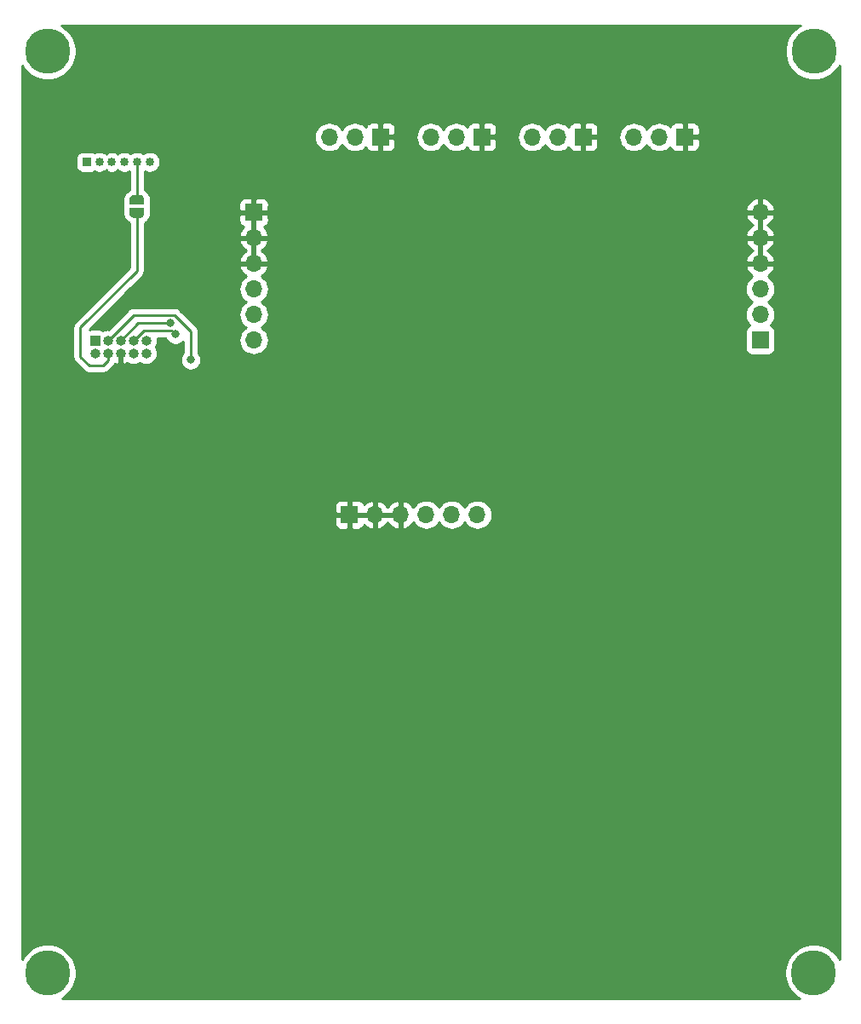
<source format=gbr>
G04 #@! TF.GenerationSoftware,KiCad,Pcbnew,(5.1.2)-2*
G04 #@! TF.CreationDate,2021-09-09T11:32:28-03:00*
G04 #@! TF.ProjectId,MAG_Plus,4d41475f-506c-4757-932e-6b696361645f,rev?*
G04 #@! TF.SameCoordinates,Original*
G04 #@! TF.FileFunction,Copper,L2,Bot*
G04 #@! TF.FilePolarity,Positive*
%FSLAX46Y46*%
G04 Gerber Fmt 4.6, Leading zero omitted, Abs format (unit mm)*
G04 Created by KiCad (PCBNEW (5.1.2)-2) date 2021-09-09 11:32:28*
%MOMM*%
%LPD*%
G04 APERTURE LIST*
%ADD10C,4.500000*%
%ADD11C,0.850000*%
%ADD12R,0.850000X0.850000*%
%ADD13O,1.000000X1.000000*%
%ADD14R,1.000000X1.000000*%
%ADD15R,1.700000X1.700000*%
%ADD16O,1.700000X1.700000*%
%ADD17C,0.500000*%
%ADD18C,0.100000*%
%ADD19C,0.800000*%
%ADD20C,0.250000*%
%ADD21C,0.254000*%
G04 APERTURE END LIST*
D10*
X115400000Y-144220000D03*
X115390000Y-235820000D03*
X39200000Y-144210000D03*
X39200000Y-235830000D03*
D11*
X49360000Y-155220000D03*
X48110000Y-155220000D03*
X46860000Y-155220000D03*
X45610000Y-155220000D03*
X44360000Y-155220000D03*
D12*
X43110000Y-155220000D03*
D13*
X49020000Y-174250000D03*
X49020000Y-172980000D03*
X47750000Y-174250000D03*
X47750000Y-172980000D03*
X46480000Y-174250000D03*
X46480000Y-172980000D03*
X45210000Y-174250000D03*
X45210000Y-172980000D03*
X43940000Y-174250000D03*
D14*
X43940000Y-172980000D03*
D15*
X110060000Y-172910000D03*
D16*
X110060000Y-170370000D03*
X110060000Y-167830000D03*
X110060000Y-165290000D03*
X110060000Y-162750000D03*
X110060000Y-160210000D03*
X97490000Y-152740000D03*
X100030000Y-152740000D03*
D15*
X102570000Y-152740000D03*
X92480000Y-152740000D03*
D16*
X89940000Y-152740000D03*
X87400000Y-152740000D03*
X81930000Y-190270000D03*
X79390000Y-190270000D03*
X76850000Y-190270000D03*
X74310000Y-190270000D03*
X71770000Y-190270000D03*
D15*
X69230000Y-190270000D03*
D16*
X77320000Y-152740000D03*
X79860000Y-152740000D03*
D15*
X82400000Y-152740000D03*
X72320000Y-152740000D03*
D16*
X69780000Y-152740000D03*
X67240000Y-152740000D03*
X59720000Y-172920000D03*
X59720000Y-170380000D03*
X59720000Y-167840000D03*
X59720000Y-165300000D03*
X59720000Y-162760000D03*
D15*
X59720000Y-160220000D03*
D17*
X48090000Y-158980000D03*
D18*
G36*
X47340000Y-159480000D02*
G01*
X47340000Y-158980000D01*
X47340602Y-158980000D01*
X47340602Y-158955466D01*
X47345412Y-158906635D01*
X47354984Y-158858510D01*
X47369228Y-158811555D01*
X47388005Y-158766222D01*
X47411136Y-158722949D01*
X47438396Y-158682150D01*
X47469524Y-158644221D01*
X47504221Y-158609524D01*
X47542150Y-158578396D01*
X47582949Y-158551136D01*
X47626222Y-158528005D01*
X47671555Y-158509228D01*
X47718510Y-158494984D01*
X47766635Y-158485412D01*
X47815466Y-158480602D01*
X47840000Y-158480602D01*
X47840000Y-158480000D01*
X48340000Y-158480000D01*
X48340000Y-158480602D01*
X48364534Y-158480602D01*
X48413365Y-158485412D01*
X48461490Y-158494984D01*
X48508445Y-158509228D01*
X48553778Y-158528005D01*
X48597051Y-158551136D01*
X48637850Y-158578396D01*
X48675779Y-158609524D01*
X48710476Y-158644221D01*
X48741604Y-158682150D01*
X48768864Y-158722949D01*
X48791995Y-158766222D01*
X48810772Y-158811555D01*
X48825016Y-158858510D01*
X48834588Y-158906635D01*
X48839398Y-158955466D01*
X48839398Y-158980000D01*
X48840000Y-158980000D01*
X48840000Y-159480000D01*
X47340000Y-159480000D01*
X47340000Y-159480000D01*
G37*
D17*
X48090000Y-160280000D03*
D18*
G36*
X48839398Y-160280000D02*
G01*
X48839398Y-160304534D01*
X48834588Y-160353365D01*
X48825016Y-160401490D01*
X48810772Y-160448445D01*
X48791995Y-160493778D01*
X48768864Y-160537051D01*
X48741604Y-160577850D01*
X48710476Y-160615779D01*
X48675779Y-160650476D01*
X48637850Y-160681604D01*
X48597051Y-160708864D01*
X48553778Y-160731995D01*
X48508445Y-160750772D01*
X48461490Y-160765016D01*
X48413365Y-160774588D01*
X48364534Y-160779398D01*
X48340000Y-160779398D01*
X48340000Y-160780000D01*
X47840000Y-160780000D01*
X47840000Y-160779398D01*
X47815466Y-160779398D01*
X47766635Y-160774588D01*
X47718510Y-160765016D01*
X47671555Y-160750772D01*
X47626222Y-160731995D01*
X47582949Y-160708864D01*
X47542150Y-160681604D01*
X47504221Y-160650476D01*
X47469524Y-160615779D01*
X47438396Y-160577850D01*
X47411136Y-160537051D01*
X47388005Y-160493778D01*
X47369228Y-160448445D01*
X47354984Y-160401490D01*
X47345412Y-160353365D01*
X47340602Y-160304534D01*
X47340602Y-160280000D01*
X47340000Y-160280000D01*
X47340000Y-159780000D01*
X48840000Y-159780000D01*
X48840000Y-160280000D01*
X48839398Y-160280000D01*
X48839398Y-160280000D01*
G37*
D19*
X51462328Y-171215001D03*
X53452390Y-174887710D03*
X51930000Y-172340000D03*
D20*
X48090000Y-155240000D02*
X48110000Y-155220000D01*
X48090000Y-158980000D02*
X48090000Y-155240000D01*
X46480000Y-172980000D02*
X48244999Y-171215001D01*
X48244999Y-171215001D02*
X51462328Y-171215001D01*
X53452390Y-174322025D02*
X53452390Y-174887710D01*
X53452390Y-172042390D02*
X53452390Y-174322025D01*
X51830000Y-170420000D02*
X53452390Y-172042390D01*
X47770000Y-170420000D02*
X51830000Y-170420000D01*
X45210000Y-172980000D02*
X47770000Y-170420000D01*
X51530001Y-171940001D02*
X51930000Y-172340000D01*
X47750000Y-172980000D02*
X48789999Y-171940001D01*
X48789999Y-171940001D02*
X51530001Y-171940001D01*
X45210000Y-174957106D02*
X44717106Y-175450000D01*
X45210000Y-174250000D02*
X45210000Y-174957106D01*
X44717106Y-175450000D02*
X43360000Y-175450000D01*
X43360000Y-175450000D02*
X42490000Y-174580000D01*
X42490000Y-174580000D02*
X42490000Y-171650000D01*
X48090000Y-166050000D02*
X48090000Y-160280000D01*
X42490000Y-171650000D02*
X48090000Y-166050000D01*
D21*
G36*
X114033440Y-141663346D02*
G01*
X113560920Y-141979074D01*
X113159074Y-142380920D01*
X112843346Y-142853440D01*
X112625869Y-143378477D01*
X112515000Y-143935852D01*
X112515000Y-144504148D01*
X112625869Y-145061523D01*
X112843346Y-145586560D01*
X113159074Y-146059080D01*
X113560920Y-146460926D01*
X114033440Y-146776654D01*
X114558477Y-146994131D01*
X115115852Y-147105000D01*
X115684148Y-147105000D01*
X116241523Y-146994131D01*
X116766560Y-146776654D01*
X117239080Y-146460926D01*
X117640926Y-146059080D01*
X117940000Y-145611484D01*
X117940001Y-234443483D01*
X117630926Y-233980920D01*
X117229080Y-233579074D01*
X116756560Y-233263346D01*
X116231523Y-233045869D01*
X115674148Y-232935000D01*
X115105852Y-232935000D01*
X114548477Y-233045869D01*
X114023440Y-233263346D01*
X113550920Y-233579074D01*
X113149074Y-233980920D01*
X112833346Y-234453440D01*
X112615869Y-234978477D01*
X112505000Y-235535852D01*
X112505000Y-236104148D01*
X112615869Y-236661523D01*
X112833346Y-237186560D01*
X113149074Y-237659080D01*
X113550920Y-238060926D01*
X113968583Y-238340000D01*
X40636383Y-238340000D01*
X41039080Y-238070926D01*
X41440926Y-237669080D01*
X41756654Y-237196560D01*
X41974131Y-236671523D01*
X42085000Y-236114148D01*
X42085000Y-235545852D01*
X41974131Y-234988477D01*
X41756654Y-234463440D01*
X41440926Y-233990920D01*
X41039080Y-233589074D01*
X40566560Y-233273346D01*
X40041523Y-233055869D01*
X39484148Y-232945000D01*
X38915852Y-232945000D01*
X38358477Y-233055869D01*
X37833440Y-233273346D01*
X37360920Y-233589074D01*
X36959074Y-233990920D01*
X36660000Y-234438516D01*
X36660000Y-191120000D01*
X67741928Y-191120000D01*
X67754188Y-191244482D01*
X67790498Y-191364180D01*
X67849463Y-191474494D01*
X67928815Y-191571185D01*
X68025506Y-191650537D01*
X68135820Y-191709502D01*
X68255518Y-191745812D01*
X68380000Y-191758072D01*
X68944250Y-191755000D01*
X69103000Y-191596250D01*
X69103000Y-190397000D01*
X69357000Y-190397000D01*
X69357000Y-191596250D01*
X69515750Y-191755000D01*
X70080000Y-191758072D01*
X70204482Y-191745812D01*
X70324180Y-191709502D01*
X70434494Y-191650537D01*
X70531185Y-191571185D01*
X70610537Y-191474494D01*
X70669502Y-191364180D01*
X70693966Y-191283534D01*
X70769731Y-191367588D01*
X71003080Y-191541641D01*
X71265901Y-191666825D01*
X71413110Y-191711476D01*
X71643000Y-191590155D01*
X71643000Y-190397000D01*
X71897000Y-190397000D01*
X71897000Y-191590155D01*
X72126890Y-191711476D01*
X72274099Y-191666825D01*
X72536920Y-191541641D01*
X72770269Y-191367588D01*
X72965178Y-191151355D01*
X73040000Y-191025745D01*
X73114822Y-191151355D01*
X73309731Y-191367588D01*
X73543080Y-191541641D01*
X73805901Y-191666825D01*
X73953110Y-191711476D01*
X74183000Y-191590155D01*
X74183000Y-190397000D01*
X71897000Y-190397000D01*
X71643000Y-190397000D01*
X69357000Y-190397000D01*
X69103000Y-190397000D01*
X67903750Y-190397000D01*
X67745000Y-190555750D01*
X67741928Y-191120000D01*
X36660000Y-191120000D01*
X36660000Y-189420000D01*
X67741928Y-189420000D01*
X67745000Y-189984250D01*
X67903750Y-190143000D01*
X69103000Y-190143000D01*
X69103000Y-188943750D01*
X69357000Y-188943750D01*
X69357000Y-190143000D01*
X71643000Y-190143000D01*
X71643000Y-188949845D01*
X71897000Y-188949845D01*
X71897000Y-190143000D01*
X74183000Y-190143000D01*
X74183000Y-188949845D01*
X74437000Y-188949845D01*
X74437000Y-190143000D01*
X74457000Y-190143000D01*
X74457000Y-190397000D01*
X74437000Y-190397000D01*
X74437000Y-191590155D01*
X74666890Y-191711476D01*
X74814099Y-191666825D01*
X75076920Y-191541641D01*
X75310269Y-191367588D01*
X75505178Y-191151355D01*
X75574799Y-191034477D01*
X75609294Y-191099014D01*
X75794866Y-191325134D01*
X76020986Y-191510706D01*
X76278966Y-191648599D01*
X76558889Y-191733513D01*
X76777050Y-191755000D01*
X76922950Y-191755000D01*
X77141111Y-191733513D01*
X77421034Y-191648599D01*
X77679014Y-191510706D01*
X77905134Y-191325134D01*
X78090706Y-191099014D01*
X78120000Y-191044209D01*
X78149294Y-191099014D01*
X78334866Y-191325134D01*
X78560986Y-191510706D01*
X78818966Y-191648599D01*
X79098889Y-191733513D01*
X79317050Y-191755000D01*
X79462950Y-191755000D01*
X79681111Y-191733513D01*
X79961034Y-191648599D01*
X80219014Y-191510706D01*
X80445134Y-191325134D01*
X80630706Y-191099014D01*
X80660000Y-191044209D01*
X80689294Y-191099014D01*
X80874866Y-191325134D01*
X81100986Y-191510706D01*
X81358966Y-191648599D01*
X81638889Y-191733513D01*
X81857050Y-191755000D01*
X82002950Y-191755000D01*
X82221111Y-191733513D01*
X82501034Y-191648599D01*
X82759014Y-191510706D01*
X82985134Y-191325134D01*
X83170706Y-191099014D01*
X83308599Y-190841034D01*
X83393513Y-190561111D01*
X83422185Y-190270000D01*
X83393513Y-189978889D01*
X83308599Y-189698966D01*
X83170706Y-189440986D01*
X82985134Y-189214866D01*
X82759014Y-189029294D01*
X82501034Y-188891401D01*
X82221111Y-188806487D01*
X82002950Y-188785000D01*
X81857050Y-188785000D01*
X81638889Y-188806487D01*
X81358966Y-188891401D01*
X81100986Y-189029294D01*
X80874866Y-189214866D01*
X80689294Y-189440986D01*
X80660000Y-189495791D01*
X80630706Y-189440986D01*
X80445134Y-189214866D01*
X80219014Y-189029294D01*
X79961034Y-188891401D01*
X79681111Y-188806487D01*
X79462950Y-188785000D01*
X79317050Y-188785000D01*
X79098889Y-188806487D01*
X78818966Y-188891401D01*
X78560986Y-189029294D01*
X78334866Y-189214866D01*
X78149294Y-189440986D01*
X78120000Y-189495791D01*
X78090706Y-189440986D01*
X77905134Y-189214866D01*
X77679014Y-189029294D01*
X77421034Y-188891401D01*
X77141111Y-188806487D01*
X76922950Y-188785000D01*
X76777050Y-188785000D01*
X76558889Y-188806487D01*
X76278966Y-188891401D01*
X76020986Y-189029294D01*
X75794866Y-189214866D01*
X75609294Y-189440986D01*
X75574799Y-189505523D01*
X75505178Y-189388645D01*
X75310269Y-189172412D01*
X75076920Y-188998359D01*
X74814099Y-188873175D01*
X74666890Y-188828524D01*
X74437000Y-188949845D01*
X74183000Y-188949845D01*
X73953110Y-188828524D01*
X73805901Y-188873175D01*
X73543080Y-188998359D01*
X73309731Y-189172412D01*
X73114822Y-189388645D01*
X73040000Y-189514255D01*
X72965178Y-189388645D01*
X72770269Y-189172412D01*
X72536920Y-188998359D01*
X72274099Y-188873175D01*
X72126890Y-188828524D01*
X71897000Y-188949845D01*
X71643000Y-188949845D01*
X71413110Y-188828524D01*
X71265901Y-188873175D01*
X71003080Y-188998359D01*
X70769731Y-189172412D01*
X70693966Y-189256466D01*
X70669502Y-189175820D01*
X70610537Y-189065506D01*
X70531185Y-188968815D01*
X70434494Y-188889463D01*
X70324180Y-188830498D01*
X70204482Y-188794188D01*
X70080000Y-188781928D01*
X69515750Y-188785000D01*
X69357000Y-188943750D01*
X69103000Y-188943750D01*
X68944250Y-188785000D01*
X68380000Y-188781928D01*
X68255518Y-188794188D01*
X68135820Y-188830498D01*
X68025506Y-188889463D01*
X67928815Y-188968815D01*
X67849463Y-189065506D01*
X67790498Y-189175820D01*
X67754188Y-189295518D01*
X67741928Y-189420000D01*
X36660000Y-189420000D01*
X36660000Y-171650000D01*
X41726324Y-171650000D01*
X41730001Y-171687332D01*
X41730000Y-174542677D01*
X41726324Y-174580000D01*
X41730000Y-174617322D01*
X41730000Y-174617332D01*
X41740997Y-174728985D01*
X41767097Y-174815026D01*
X41784454Y-174872246D01*
X41855026Y-175004276D01*
X41874144Y-175027571D01*
X41949999Y-175120001D01*
X41979002Y-175143803D01*
X42796201Y-175961003D01*
X42819999Y-175990001D01*
X42935724Y-176084974D01*
X43067753Y-176155546D01*
X43211014Y-176199003D01*
X43322667Y-176210000D01*
X43322677Y-176210000D01*
X43360000Y-176213676D01*
X43397323Y-176210000D01*
X44679784Y-176210000D01*
X44717106Y-176213676D01*
X44754428Y-176210000D01*
X44754439Y-176210000D01*
X44866092Y-176199003D01*
X45009353Y-176155546D01*
X45141382Y-176084974D01*
X45257107Y-175990001D01*
X45280909Y-175960998D01*
X45721002Y-175520906D01*
X45750001Y-175497107D01*
X45844974Y-175381382D01*
X45915546Y-175249353D01*
X45919351Y-175236810D01*
X45919794Y-175237123D01*
X46123136Y-175327446D01*
X46178126Y-175344119D01*
X46353000Y-175217954D01*
X46353000Y-174377000D01*
X46337983Y-174377000D01*
X46350491Y-174250000D01*
X46337983Y-174123000D01*
X46353000Y-174123000D01*
X46353000Y-174107983D01*
X46424248Y-174115000D01*
X46535752Y-174115000D01*
X46607000Y-174107983D01*
X46607000Y-174123000D01*
X46622017Y-174123000D01*
X46609509Y-174250000D01*
X46622017Y-174377000D01*
X46607000Y-174377000D01*
X46607000Y-175217954D01*
X46781874Y-175344119D01*
X46836864Y-175327446D01*
X47040206Y-175237123D01*
X47106617Y-175190274D01*
X47116377Y-175198284D01*
X47313553Y-175303676D01*
X47527501Y-175368577D01*
X47694248Y-175385000D01*
X47805752Y-175385000D01*
X47972499Y-175368577D01*
X48186447Y-175303676D01*
X48383623Y-175198284D01*
X48385000Y-175197154D01*
X48386377Y-175198284D01*
X48583553Y-175303676D01*
X48797501Y-175368577D01*
X48964248Y-175385000D01*
X49075752Y-175385000D01*
X49242499Y-175368577D01*
X49456447Y-175303676D01*
X49653623Y-175198284D01*
X49826449Y-175056449D01*
X49968284Y-174883623D01*
X50073676Y-174686447D01*
X50138577Y-174472499D01*
X50160491Y-174250000D01*
X50138577Y-174027501D01*
X50073676Y-173813553D01*
X49968284Y-173616377D01*
X49967154Y-173615000D01*
X49968284Y-173613623D01*
X50073676Y-173416447D01*
X50138577Y-173202499D01*
X50160491Y-172980000D01*
X50138577Y-172757501D01*
X50121134Y-172700001D01*
X50958841Y-172700001D01*
X51012795Y-172830256D01*
X51126063Y-172999774D01*
X51270226Y-173143937D01*
X51439744Y-173257205D01*
X51628102Y-173335226D01*
X51828061Y-173375000D01*
X52031939Y-173375000D01*
X52231898Y-173335226D01*
X52420256Y-173257205D01*
X52589774Y-173143937D01*
X52692390Y-173041321D01*
X52692391Y-174183998D01*
X52648453Y-174227936D01*
X52535185Y-174397454D01*
X52457164Y-174585812D01*
X52417390Y-174785771D01*
X52417390Y-174989649D01*
X52457164Y-175189608D01*
X52535185Y-175377966D01*
X52648453Y-175547484D01*
X52792616Y-175691647D01*
X52962134Y-175804915D01*
X53150492Y-175882936D01*
X53350451Y-175922710D01*
X53554329Y-175922710D01*
X53754288Y-175882936D01*
X53942646Y-175804915D01*
X54112164Y-175691647D01*
X54256327Y-175547484D01*
X54369595Y-175377966D01*
X54447616Y-175189608D01*
X54487390Y-174989649D01*
X54487390Y-174785771D01*
X54447616Y-174585812D01*
X54369595Y-174397454D01*
X54256327Y-174227936D01*
X54212390Y-174183999D01*
X54212390Y-172079713D01*
X54216066Y-172042390D01*
X54212390Y-172005067D01*
X54212390Y-172005057D01*
X54201393Y-171893404D01*
X54157936Y-171750143D01*
X54103208Y-171647755D01*
X54087364Y-171618113D01*
X54016189Y-171531387D01*
X53992391Y-171502389D01*
X53963394Y-171478592D01*
X52393804Y-169909003D01*
X52370001Y-169879999D01*
X52254276Y-169785026D01*
X52122247Y-169714454D01*
X51978986Y-169670997D01*
X51867333Y-169660000D01*
X51867322Y-169660000D01*
X51830000Y-169656324D01*
X51792678Y-169660000D01*
X47807325Y-169660000D01*
X47770000Y-169656324D01*
X47732675Y-169660000D01*
X47732667Y-169660000D01*
X47621014Y-169670997D01*
X47477753Y-169714454D01*
X47345724Y-169785026D01*
X47229999Y-169879999D01*
X47206201Y-169908997D01*
X45269800Y-171845399D01*
X45265752Y-171845000D01*
X45154248Y-171845000D01*
X44987501Y-171861423D01*
X44773553Y-171926324D01*
X44762379Y-171932297D01*
X44684180Y-171890498D01*
X44564482Y-171854188D01*
X44440000Y-171841928D01*
X43440000Y-171841928D01*
X43365540Y-171849261D01*
X47374801Y-167840000D01*
X58227815Y-167840000D01*
X58256487Y-168131111D01*
X58341401Y-168411034D01*
X58479294Y-168669014D01*
X58664866Y-168895134D01*
X58890986Y-169080706D01*
X58945791Y-169110000D01*
X58890986Y-169139294D01*
X58664866Y-169324866D01*
X58479294Y-169550986D01*
X58341401Y-169808966D01*
X58256487Y-170088889D01*
X58227815Y-170380000D01*
X58256487Y-170671111D01*
X58341401Y-170951034D01*
X58479294Y-171209014D01*
X58664866Y-171435134D01*
X58890986Y-171620706D01*
X58945791Y-171650000D01*
X58890986Y-171679294D01*
X58664866Y-171864866D01*
X58479294Y-172090986D01*
X58341401Y-172348966D01*
X58256487Y-172628889D01*
X58227815Y-172920000D01*
X58256487Y-173211111D01*
X58341401Y-173491034D01*
X58479294Y-173749014D01*
X58664866Y-173975134D01*
X58890986Y-174160706D01*
X59148966Y-174298599D01*
X59428889Y-174383513D01*
X59647050Y-174405000D01*
X59792950Y-174405000D01*
X60011111Y-174383513D01*
X60291034Y-174298599D01*
X60549014Y-174160706D01*
X60775134Y-173975134D01*
X60960706Y-173749014D01*
X61098599Y-173491034D01*
X61183513Y-173211111D01*
X61212185Y-172920000D01*
X61183513Y-172628889D01*
X61098599Y-172348966D01*
X60960706Y-172090986D01*
X60775134Y-171864866D01*
X60549014Y-171679294D01*
X60494209Y-171650000D01*
X60549014Y-171620706D01*
X60775134Y-171435134D01*
X60960706Y-171209014D01*
X61098599Y-170951034D01*
X61183513Y-170671111D01*
X61212185Y-170380000D01*
X61183513Y-170088889D01*
X61098599Y-169808966D01*
X60960706Y-169550986D01*
X60775134Y-169324866D01*
X60549014Y-169139294D01*
X60494209Y-169110000D01*
X60549014Y-169080706D01*
X60775134Y-168895134D01*
X60960706Y-168669014D01*
X61098599Y-168411034D01*
X61183513Y-168131111D01*
X61212185Y-167840000D01*
X61211201Y-167830000D01*
X108567815Y-167830000D01*
X108596487Y-168121111D01*
X108681401Y-168401034D01*
X108819294Y-168659014D01*
X109004866Y-168885134D01*
X109230986Y-169070706D01*
X109285791Y-169100000D01*
X109230986Y-169129294D01*
X109004866Y-169314866D01*
X108819294Y-169540986D01*
X108681401Y-169798966D01*
X108596487Y-170078889D01*
X108567815Y-170370000D01*
X108596487Y-170661111D01*
X108681401Y-170941034D01*
X108819294Y-171199014D01*
X109004866Y-171425134D01*
X109034687Y-171449607D01*
X108965820Y-171470498D01*
X108855506Y-171529463D01*
X108758815Y-171608815D01*
X108679463Y-171705506D01*
X108620498Y-171815820D01*
X108584188Y-171935518D01*
X108571928Y-172060000D01*
X108571928Y-173760000D01*
X108584188Y-173884482D01*
X108620498Y-174004180D01*
X108679463Y-174114494D01*
X108758815Y-174211185D01*
X108855506Y-174290537D01*
X108965820Y-174349502D01*
X109085518Y-174385812D01*
X109210000Y-174398072D01*
X110910000Y-174398072D01*
X111034482Y-174385812D01*
X111154180Y-174349502D01*
X111264494Y-174290537D01*
X111361185Y-174211185D01*
X111440537Y-174114494D01*
X111499502Y-174004180D01*
X111535812Y-173884482D01*
X111548072Y-173760000D01*
X111548072Y-172060000D01*
X111535812Y-171935518D01*
X111499502Y-171815820D01*
X111440537Y-171705506D01*
X111361185Y-171608815D01*
X111264494Y-171529463D01*
X111154180Y-171470498D01*
X111085313Y-171449607D01*
X111115134Y-171425134D01*
X111300706Y-171199014D01*
X111438599Y-170941034D01*
X111523513Y-170661111D01*
X111552185Y-170370000D01*
X111523513Y-170078889D01*
X111438599Y-169798966D01*
X111300706Y-169540986D01*
X111115134Y-169314866D01*
X110889014Y-169129294D01*
X110834209Y-169100000D01*
X110889014Y-169070706D01*
X111115134Y-168885134D01*
X111300706Y-168659014D01*
X111438599Y-168401034D01*
X111523513Y-168121111D01*
X111552185Y-167830000D01*
X111523513Y-167538889D01*
X111438599Y-167258966D01*
X111300706Y-167000986D01*
X111115134Y-166774866D01*
X110889014Y-166589294D01*
X110824477Y-166554799D01*
X110941355Y-166485178D01*
X111157588Y-166290269D01*
X111331641Y-166056920D01*
X111456825Y-165794099D01*
X111501476Y-165646890D01*
X111380155Y-165417000D01*
X110187000Y-165417000D01*
X110187000Y-165437000D01*
X109933000Y-165437000D01*
X109933000Y-165417000D01*
X108739845Y-165417000D01*
X108618524Y-165646890D01*
X108663175Y-165794099D01*
X108788359Y-166056920D01*
X108962412Y-166290269D01*
X109178645Y-166485178D01*
X109295523Y-166554799D01*
X109230986Y-166589294D01*
X109004866Y-166774866D01*
X108819294Y-167000986D01*
X108681401Y-167258966D01*
X108596487Y-167538889D01*
X108567815Y-167830000D01*
X61211201Y-167830000D01*
X61183513Y-167548889D01*
X61098599Y-167268966D01*
X60960706Y-167010986D01*
X60775134Y-166784866D01*
X60549014Y-166599294D01*
X60484477Y-166564799D01*
X60601355Y-166495178D01*
X60817588Y-166300269D01*
X60991641Y-166066920D01*
X61116825Y-165804099D01*
X61161476Y-165656890D01*
X61040155Y-165427000D01*
X59847000Y-165427000D01*
X59847000Y-165447000D01*
X59593000Y-165447000D01*
X59593000Y-165427000D01*
X58399845Y-165427000D01*
X58278524Y-165656890D01*
X58323175Y-165804099D01*
X58448359Y-166066920D01*
X58622412Y-166300269D01*
X58838645Y-166495178D01*
X58955523Y-166564799D01*
X58890986Y-166599294D01*
X58664866Y-166784866D01*
X58479294Y-167010986D01*
X58341401Y-167268966D01*
X58256487Y-167548889D01*
X58227815Y-167840000D01*
X47374801Y-167840000D01*
X48601004Y-166613798D01*
X48630001Y-166590001D01*
X48656332Y-166557917D01*
X48724974Y-166474277D01*
X48795546Y-166342247D01*
X48795546Y-166342246D01*
X48839003Y-166198986D01*
X48850000Y-166087333D01*
X48850000Y-166087323D01*
X48853676Y-166050000D01*
X48850000Y-166012677D01*
X48850000Y-163116890D01*
X58278524Y-163116890D01*
X58323175Y-163264099D01*
X58448359Y-163526920D01*
X58622412Y-163760269D01*
X58838645Y-163955178D01*
X58964255Y-164030000D01*
X58838645Y-164104822D01*
X58622412Y-164299731D01*
X58448359Y-164533080D01*
X58323175Y-164795901D01*
X58278524Y-164943110D01*
X58399845Y-165173000D01*
X59593000Y-165173000D01*
X59593000Y-162887000D01*
X59847000Y-162887000D01*
X59847000Y-165173000D01*
X61040155Y-165173000D01*
X61161476Y-164943110D01*
X61116825Y-164795901D01*
X60991641Y-164533080D01*
X60817588Y-164299731D01*
X60601355Y-164104822D01*
X60475745Y-164030000D01*
X60601355Y-163955178D01*
X60817588Y-163760269D01*
X60991641Y-163526920D01*
X61116825Y-163264099D01*
X61161476Y-163116890D01*
X61156199Y-163106890D01*
X108618524Y-163106890D01*
X108663175Y-163254099D01*
X108788359Y-163516920D01*
X108962412Y-163750269D01*
X109178645Y-163945178D01*
X109304255Y-164020000D01*
X109178645Y-164094822D01*
X108962412Y-164289731D01*
X108788359Y-164523080D01*
X108663175Y-164785901D01*
X108618524Y-164933110D01*
X108739845Y-165163000D01*
X109933000Y-165163000D01*
X109933000Y-162877000D01*
X110187000Y-162877000D01*
X110187000Y-165163000D01*
X111380155Y-165163000D01*
X111501476Y-164933110D01*
X111456825Y-164785901D01*
X111331641Y-164523080D01*
X111157588Y-164289731D01*
X110941355Y-164094822D01*
X110815745Y-164020000D01*
X110941355Y-163945178D01*
X111157588Y-163750269D01*
X111331641Y-163516920D01*
X111456825Y-163254099D01*
X111501476Y-163106890D01*
X111380155Y-162877000D01*
X110187000Y-162877000D01*
X109933000Y-162877000D01*
X108739845Y-162877000D01*
X108618524Y-163106890D01*
X61156199Y-163106890D01*
X61040155Y-162887000D01*
X59847000Y-162887000D01*
X59593000Y-162887000D01*
X58399845Y-162887000D01*
X58278524Y-163116890D01*
X48850000Y-163116890D01*
X48850000Y-161294362D01*
X48930192Y-161251498D01*
X49011691Y-161197042D01*
X49108382Y-161117690D01*
X49156072Y-161070000D01*
X58231928Y-161070000D01*
X58244188Y-161194482D01*
X58280498Y-161314180D01*
X58339463Y-161424494D01*
X58418815Y-161521185D01*
X58515506Y-161600537D01*
X58625820Y-161659502D01*
X58706466Y-161683966D01*
X58622412Y-161759731D01*
X58448359Y-161993080D01*
X58323175Y-162255901D01*
X58278524Y-162403110D01*
X58399845Y-162633000D01*
X59593000Y-162633000D01*
X59593000Y-160347000D01*
X59847000Y-160347000D01*
X59847000Y-162633000D01*
X61040155Y-162633000D01*
X61161476Y-162403110D01*
X61116825Y-162255901D01*
X60991641Y-161993080D01*
X60817588Y-161759731D01*
X60733534Y-161683966D01*
X60814180Y-161659502D01*
X60924494Y-161600537D01*
X61021185Y-161521185D01*
X61100537Y-161424494D01*
X61159502Y-161314180D01*
X61195812Y-161194482D01*
X61208072Y-161070000D01*
X61205333Y-160566890D01*
X108618524Y-160566890D01*
X108663175Y-160714099D01*
X108788359Y-160976920D01*
X108962412Y-161210269D01*
X109178645Y-161405178D01*
X109304255Y-161480000D01*
X109178645Y-161554822D01*
X108962412Y-161749731D01*
X108788359Y-161983080D01*
X108663175Y-162245901D01*
X108618524Y-162393110D01*
X108739845Y-162623000D01*
X109933000Y-162623000D01*
X109933000Y-160337000D01*
X110187000Y-160337000D01*
X110187000Y-162623000D01*
X111380155Y-162623000D01*
X111501476Y-162393110D01*
X111456825Y-162245901D01*
X111331641Y-161983080D01*
X111157588Y-161749731D01*
X110941355Y-161554822D01*
X110815745Y-161480000D01*
X110941355Y-161405178D01*
X111157588Y-161210269D01*
X111331641Y-160976920D01*
X111456825Y-160714099D01*
X111501476Y-160566890D01*
X111380155Y-160337000D01*
X110187000Y-160337000D01*
X109933000Y-160337000D01*
X108739845Y-160337000D01*
X108618524Y-160566890D01*
X61205333Y-160566890D01*
X61205000Y-160505750D01*
X61046250Y-160347000D01*
X59847000Y-160347000D01*
X59593000Y-160347000D01*
X58393750Y-160347000D01*
X58235000Y-160505750D01*
X58231928Y-161070000D01*
X49156072Y-161070000D01*
X49177690Y-161048382D01*
X49257042Y-160951691D01*
X49311498Y-160870192D01*
X49370464Y-160759875D01*
X49407973Y-160669319D01*
X49444282Y-160549623D01*
X49463404Y-160453490D01*
X49475664Y-160329009D01*
X49475664Y-160304450D01*
X49478072Y-160280000D01*
X49478072Y-159780000D01*
X49465812Y-159655518D01*
X49458071Y-159630000D01*
X49465812Y-159604482D01*
X49478072Y-159480000D01*
X49478072Y-159370000D01*
X58231928Y-159370000D01*
X58235000Y-159934250D01*
X58393750Y-160093000D01*
X59593000Y-160093000D01*
X59593000Y-158893750D01*
X59847000Y-158893750D01*
X59847000Y-160093000D01*
X61046250Y-160093000D01*
X61205000Y-159934250D01*
X61205441Y-159853110D01*
X108618524Y-159853110D01*
X108739845Y-160083000D01*
X109933000Y-160083000D01*
X109933000Y-158889186D01*
X110187000Y-158889186D01*
X110187000Y-160083000D01*
X111380155Y-160083000D01*
X111501476Y-159853110D01*
X111456825Y-159705901D01*
X111331641Y-159443080D01*
X111157588Y-159209731D01*
X110941355Y-159014822D01*
X110691252Y-158865843D01*
X110416891Y-158768519D01*
X110187000Y-158889186D01*
X109933000Y-158889186D01*
X109703109Y-158768519D01*
X109428748Y-158865843D01*
X109178645Y-159014822D01*
X108962412Y-159209731D01*
X108788359Y-159443080D01*
X108663175Y-159705901D01*
X108618524Y-159853110D01*
X61205441Y-159853110D01*
X61208072Y-159370000D01*
X61195812Y-159245518D01*
X61159502Y-159125820D01*
X61100537Y-159015506D01*
X61021185Y-158918815D01*
X60924494Y-158839463D01*
X60814180Y-158780498D01*
X60694482Y-158744188D01*
X60570000Y-158731928D01*
X60005750Y-158735000D01*
X59847000Y-158893750D01*
X59593000Y-158893750D01*
X59434250Y-158735000D01*
X58870000Y-158731928D01*
X58745518Y-158744188D01*
X58625820Y-158780498D01*
X58515506Y-158839463D01*
X58418815Y-158918815D01*
X58339463Y-159015506D01*
X58280498Y-159125820D01*
X58244188Y-159245518D01*
X58231928Y-159370000D01*
X49478072Y-159370000D01*
X49478072Y-158980000D01*
X49475664Y-158955550D01*
X49475664Y-158930991D01*
X49463404Y-158806510D01*
X49444282Y-158710377D01*
X49407973Y-158590681D01*
X49370464Y-158500125D01*
X49311498Y-158389808D01*
X49257042Y-158308309D01*
X49177690Y-158211618D01*
X49108382Y-158142310D01*
X49011691Y-158062958D01*
X48930192Y-158008502D01*
X48850000Y-157965638D01*
X48850000Y-156154080D01*
X48857902Y-156159360D01*
X49050809Y-156239265D01*
X49255599Y-156280000D01*
X49464401Y-156280000D01*
X49669191Y-156239265D01*
X49862098Y-156159360D01*
X50035711Y-156043356D01*
X50183356Y-155895711D01*
X50299360Y-155722098D01*
X50379265Y-155529191D01*
X50420000Y-155324401D01*
X50420000Y-155115599D01*
X50379265Y-154910809D01*
X50299360Y-154717902D01*
X50183356Y-154544289D01*
X50035711Y-154396644D01*
X49862098Y-154280640D01*
X49669191Y-154200735D01*
X49464401Y-154160000D01*
X49255599Y-154160000D01*
X49050809Y-154200735D01*
X48857902Y-154280640D01*
X48735000Y-154362760D01*
X48612098Y-154280640D01*
X48419191Y-154200735D01*
X48214401Y-154160000D01*
X48005599Y-154160000D01*
X47800809Y-154200735D01*
X47607902Y-154280640D01*
X47485000Y-154362760D01*
X47362098Y-154280640D01*
X47169191Y-154200735D01*
X46964401Y-154160000D01*
X46755599Y-154160000D01*
X46550809Y-154200735D01*
X46357902Y-154280640D01*
X46184289Y-154396644D01*
X46147011Y-154433922D01*
X46128856Y-154289790D01*
X45937412Y-154206440D01*
X45733384Y-154162041D01*
X45524616Y-154158298D01*
X45319130Y-154195356D01*
X45124821Y-154271790D01*
X45091144Y-154289790D01*
X45072989Y-154433922D01*
X45035711Y-154396644D01*
X44862098Y-154280640D01*
X44669191Y-154200735D01*
X44464401Y-154160000D01*
X44255599Y-154160000D01*
X44050809Y-154200735D01*
X43891997Y-154266517D01*
X43889494Y-154264463D01*
X43779180Y-154205498D01*
X43659482Y-154169188D01*
X43535000Y-154156928D01*
X42685000Y-154156928D01*
X42560518Y-154169188D01*
X42440820Y-154205498D01*
X42330506Y-154264463D01*
X42233815Y-154343815D01*
X42154463Y-154440506D01*
X42095498Y-154550820D01*
X42059188Y-154670518D01*
X42046928Y-154795000D01*
X42046928Y-155645000D01*
X42059188Y-155769482D01*
X42095498Y-155889180D01*
X42154463Y-155999494D01*
X42233815Y-156096185D01*
X42330506Y-156175537D01*
X42440820Y-156234502D01*
X42560518Y-156270812D01*
X42685000Y-156283072D01*
X43535000Y-156283072D01*
X43659482Y-156270812D01*
X43779180Y-156234502D01*
X43889494Y-156175537D01*
X43891997Y-156173483D01*
X44050809Y-156239265D01*
X44255599Y-156280000D01*
X44464401Y-156280000D01*
X44669191Y-156239265D01*
X44862098Y-156159360D01*
X45035711Y-156043356D01*
X45072989Y-156006078D01*
X45091144Y-156150210D01*
X45282588Y-156233560D01*
X45486616Y-156277959D01*
X45695384Y-156281702D01*
X45900870Y-156244644D01*
X46095179Y-156168210D01*
X46128856Y-156150210D01*
X46147011Y-156006078D01*
X46184289Y-156043356D01*
X46357902Y-156159360D01*
X46550809Y-156239265D01*
X46755599Y-156280000D01*
X46964401Y-156280000D01*
X47169191Y-156239265D01*
X47330001Y-156172655D01*
X47330000Y-157965638D01*
X47249808Y-158008502D01*
X47168309Y-158062958D01*
X47071618Y-158142310D01*
X47002310Y-158211618D01*
X46922958Y-158308309D01*
X46868502Y-158389808D01*
X46809536Y-158500125D01*
X46772027Y-158590681D01*
X46735718Y-158710377D01*
X46716596Y-158806510D01*
X46704336Y-158930991D01*
X46704336Y-158955550D01*
X46701928Y-158980000D01*
X46701928Y-159480000D01*
X46714188Y-159604482D01*
X46721929Y-159630000D01*
X46714188Y-159655518D01*
X46701928Y-159780000D01*
X46701928Y-160280000D01*
X46704336Y-160304450D01*
X46704336Y-160329009D01*
X46716596Y-160453490D01*
X46735718Y-160549623D01*
X46772027Y-160669319D01*
X46809536Y-160759875D01*
X46868502Y-160870192D01*
X46922958Y-160951691D01*
X47002310Y-161048382D01*
X47071618Y-161117690D01*
X47168309Y-161197042D01*
X47249808Y-161251498D01*
X47330001Y-161294362D01*
X47330000Y-165735198D01*
X41978998Y-171086201D01*
X41950000Y-171109999D01*
X41926202Y-171138997D01*
X41926201Y-171138998D01*
X41855026Y-171225724D01*
X41784454Y-171357754D01*
X41761269Y-171434188D01*
X41740998Y-171501014D01*
X41737546Y-171536063D01*
X41726324Y-171650000D01*
X36660000Y-171650000D01*
X36660000Y-152740000D01*
X65747815Y-152740000D01*
X65776487Y-153031111D01*
X65861401Y-153311034D01*
X65999294Y-153569014D01*
X66184866Y-153795134D01*
X66410986Y-153980706D01*
X66668966Y-154118599D01*
X66948889Y-154203513D01*
X67167050Y-154225000D01*
X67312950Y-154225000D01*
X67531111Y-154203513D01*
X67811034Y-154118599D01*
X68069014Y-153980706D01*
X68295134Y-153795134D01*
X68480706Y-153569014D01*
X68510000Y-153514209D01*
X68539294Y-153569014D01*
X68724866Y-153795134D01*
X68950986Y-153980706D01*
X69208966Y-154118599D01*
X69488889Y-154203513D01*
X69707050Y-154225000D01*
X69852950Y-154225000D01*
X70071111Y-154203513D01*
X70351034Y-154118599D01*
X70609014Y-153980706D01*
X70835134Y-153795134D01*
X70859607Y-153765313D01*
X70880498Y-153834180D01*
X70939463Y-153944494D01*
X71018815Y-154041185D01*
X71115506Y-154120537D01*
X71225820Y-154179502D01*
X71345518Y-154215812D01*
X71470000Y-154228072D01*
X72034250Y-154225000D01*
X72193000Y-154066250D01*
X72193000Y-152867000D01*
X72447000Y-152867000D01*
X72447000Y-154066250D01*
X72605750Y-154225000D01*
X73170000Y-154228072D01*
X73294482Y-154215812D01*
X73414180Y-154179502D01*
X73524494Y-154120537D01*
X73621185Y-154041185D01*
X73700537Y-153944494D01*
X73759502Y-153834180D01*
X73795812Y-153714482D01*
X73808072Y-153590000D01*
X73805000Y-153025750D01*
X73646250Y-152867000D01*
X72447000Y-152867000D01*
X72193000Y-152867000D01*
X72173000Y-152867000D01*
X72173000Y-152740000D01*
X75827815Y-152740000D01*
X75856487Y-153031111D01*
X75941401Y-153311034D01*
X76079294Y-153569014D01*
X76264866Y-153795134D01*
X76490986Y-153980706D01*
X76748966Y-154118599D01*
X77028889Y-154203513D01*
X77247050Y-154225000D01*
X77392950Y-154225000D01*
X77611111Y-154203513D01*
X77891034Y-154118599D01*
X78149014Y-153980706D01*
X78375134Y-153795134D01*
X78560706Y-153569014D01*
X78590000Y-153514209D01*
X78619294Y-153569014D01*
X78804866Y-153795134D01*
X79030986Y-153980706D01*
X79288966Y-154118599D01*
X79568889Y-154203513D01*
X79787050Y-154225000D01*
X79932950Y-154225000D01*
X80151111Y-154203513D01*
X80431034Y-154118599D01*
X80689014Y-153980706D01*
X80915134Y-153795134D01*
X80939607Y-153765313D01*
X80960498Y-153834180D01*
X81019463Y-153944494D01*
X81098815Y-154041185D01*
X81195506Y-154120537D01*
X81305820Y-154179502D01*
X81425518Y-154215812D01*
X81550000Y-154228072D01*
X82114250Y-154225000D01*
X82273000Y-154066250D01*
X82273000Y-152867000D01*
X82527000Y-152867000D01*
X82527000Y-154066250D01*
X82685750Y-154225000D01*
X83250000Y-154228072D01*
X83374482Y-154215812D01*
X83494180Y-154179502D01*
X83604494Y-154120537D01*
X83701185Y-154041185D01*
X83780537Y-153944494D01*
X83839502Y-153834180D01*
X83875812Y-153714482D01*
X83888072Y-153590000D01*
X83885000Y-153025750D01*
X83726250Y-152867000D01*
X82527000Y-152867000D01*
X82273000Y-152867000D01*
X82253000Y-152867000D01*
X82253000Y-152740000D01*
X85907815Y-152740000D01*
X85936487Y-153031111D01*
X86021401Y-153311034D01*
X86159294Y-153569014D01*
X86344866Y-153795134D01*
X86570986Y-153980706D01*
X86828966Y-154118599D01*
X87108889Y-154203513D01*
X87327050Y-154225000D01*
X87472950Y-154225000D01*
X87691111Y-154203513D01*
X87971034Y-154118599D01*
X88229014Y-153980706D01*
X88455134Y-153795134D01*
X88640706Y-153569014D01*
X88670000Y-153514209D01*
X88699294Y-153569014D01*
X88884866Y-153795134D01*
X89110986Y-153980706D01*
X89368966Y-154118599D01*
X89648889Y-154203513D01*
X89867050Y-154225000D01*
X90012950Y-154225000D01*
X90231111Y-154203513D01*
X90511034Y-154118599D01*
X90769014Y-153980706D01*
X90995134Y-153795134D01*
X91019607Y-153765313D01*
X91040498Y-153834180D01*
X91099463Y-153944494D01*
X91178815Y-154041185D01*
X91275506Y-154120537D01*
X91385820Y-154179502D01*
X91505518Y-154215812D01*
X91630000Y-154228072D01*
X92194250Y-154225000D01*
X92353000Y-154066250D01*
X92353000Y-152867000D01*
X92607000Y-152867000D01*
X92607000Y-154066250D01*
X92765750Y-154225000D01*
X93330000Y-154228072D01*
X93454482Y-154215812D01*
X93574180Y-154179502D01*
X93684494Y-154120537D01*
X93781185Y-154041185D01*
X93860537Y-153944494D01*
X93919502Y-153834180D01*
X93955812Y-153714482D01*
X93968072Y-153590000D01*
X93965000Y-153025750D01*
X93806250Y-152867000D01*
X92607000Y-152867000D01*
X92353000Y-152867000D01*
X92333000Y-152867000D01*
X92333000Y-152740000D01*
X95997815Y-152740000D01*
X96026487Y-153031111D01*
X96111401Y-153311034D01*
X96249294Y-153569014D01*
X96434866Y-153795134D01*
X96660986Y-153980706D01*
X96918966Y-154118599D01*
X97198889Y-154203513D01*
X97417050Y-154225000D01*
X97562950Y-154225000D01*
X97781111Y-154203513D01*
X98061034Y-154118599D01*
X98319014Y-153980706D01*
X98545134Y-153795134D01*
X98730706Y-153569014D01*
X98760000Y-153514209D01*
X98789294Y-153569014D01*
X98974866Y-153795134D01*
X99200986Y-153980706D01*
X99458966Y-154118599D01*
X99738889Y-154203513D01*
X99957050Y-154225000D01*
X100102950Y-154225000D01*
X100321111Y-154203513D01*
X100601034Y-154118599D01*
X100859014Y-153980706D01*
X101085134Y-153795134D01*
X101109607Y-153765313D01*
X101130498Y-153834180D01*
X101189463Y-153944494D01*
X101268815Y-154041185D01*
X101365506Y-154120537D01*
X101475820Y-154179502D01*
X101595518Y-154215812D01*
X101720000Y-154228072D01*
X102284250Y-154225000D01*
X102443000Y-154066250D01*
X102443000Y-152867000D01*
X102697000Y-152867000D01*
X102697000Y-154066250D01*
X102855750Y-154225000D01*
X103420000Y-154228072D01*
X103544482Y-154215812D01*
X103664180Y-154179502D01*
X103774494Y-154120537D01*
X103871185Y-154041185D01*
X103950537Y-153944494D01*
X104009502Y-153834180D01*
X104045812Y-153714482D01*
X104058072Y-153590000D01*
X104055000Y-153025750D01*
X103896250Y-152867000D01*
X102697000Y-152867000D01*
X102443000Y-152867000D01*
X102423000Y-152867000D01*
X102423000Y-152613000D01*
X102443000Y-152613000D01*
X102443000Y-151413750D01*
X102697000Y-151413750D01*
X102697000Y-152613000D01*
X103896250Y-152613000D01*
X104055000Y-152454250D01*
X104058072Y-151890000D01*
X104045812Y-151765518D01*
X104009502Y-151645820D01*
X103950537Y-151535506D01*
X103871185Y-151438815D01*
X103774494Y-151359463D01*
X103664180Y-151300498D01*
X103544482Y-151264188D01*
X103420000Y-151251928D01*
X102855750Y-151255000D01*
X102697000Y-151413750D01*
X102443000Y-151413750D01*
X102284250Y-151255000D01*
X101720000Y-151251928D01*
X101595518Y-151264188D01*
X101475820Y-151300498D01*
X101365506Y-151359463D01*
X101268815Y-151438815D01*
X101189463Y-151535506D01*
X101130498Y-151645820D01*
X101109607Y-151714687D01*
X101085134Y-151684866D01*
X100859014Y-151499294D01*
X100601034Y-151361401D01*
X100321111Y-151276487D01*
X100102950Y-151255000D01*
X99957050Y-151255000D01*
X99738889Y-151276487D01*
X99458966Y-151361401D01*
X99200986Y-151499294D01*
X98974866Y-151684866D01*
X98789294Y-151910986D01*
X98760000Y-151965791D01*
X98730706Y-151910986D01*
X98545134Y-151684866D01*
X98319014Y-151499294D01*
X98061034Y-151361401D01*
X97781111Y-151276487D01*
X97562950Y-151255000D01*
X97417050Y-151255000D01*
X97198889Y-151276487D01*
X96918966Y-151361401D01*
X96660986Y-151499294D01*
X96434866Y-151684866D01*
X96249294Y-151910986D01*
X96111401Y-152168966D01*
X96026487Y-152448889D01*
X95997815Y-152740000D01*
X92333000Y-152740000D01*
X92333000Y-152613000D01*
X92353000Y-152613000D01*
X92353000Y-151413750D01*
X92607000Y-151413750D01*
X92607000Y-152613000D01*
X93806250Y-152613000D01*
X93965000Y-152454250D01*
X93968072Y-151890000D01*
X93955812Y-151765518D01*
X93919502Y-151645820D01*
X93860537Y-151535506D01*
X93781185Y-151438815D01*
X93684494Y-151359463D01*
X93574180Y-151300498D01*
X93454482Y-151264188D01*
X93330000Y-151251928D01*
X92765750Y-151255000D01*
X92607000Y-151413750D01*
X92353000Y-151413750D01*
X92194250Y-151255000D01*
X91630000Y-151251928D01*
X91505518Y-151264188D01*
X91385820Y-151300498D01*
X91275506Y-151359463D01*
X91178815Y-151438815D01*
X91099463Y-151535506D01*
X91040498Y-151645820D01*
X91019607Y-151714687D01*
X90995134Y-151684866D01*
X90769014Y-151499294D01*
X90511034Y-151361401D01*
X90231111Y-151276487D01*
X90012950Y-151255000D01*
X89867050Y-151255000D01*
X89648889Y-151276487D01*
X89368966Y-151361401D01*
X89110986Y-151499294D01*
X88884866Y-151684866D01*
X88699294Y-151910986D01*
X88670000Y-151965791D01*
X88640706Y-151910986D01*
X88455134Y-151684866D01*
X88229014Y-151499294D01*
X87971034Y-151361401D01*
X87691111Y-151276487D01*
X87472950Y-151255000D01*
X87327050Y-151255000D01*
X87108889Y-151276487D01*
X86828966Y-151361401D01*
X86570986Y-151499294D01*
X86344866Y-151684866D01*
X86159294Y-151910986D01*
X86021401Y-152168966D01*
X85936487Y-152448889D01*
X85907815Y-152740000D01*
X82253000Y-152740000D01*
X82253000Y-152613000D01*
X82273000Y-152613000D01*
X82273000Y-151413750D01*
X82527000Y-151413750D01*
X82527000Y-152613000D01*
X83726250Y-152613000D01*
X83885000Y-152454250D01*
X83888072Y-151890000D01*
X83875812Y-151765518D01*
X83839502Y-151645820D01*
X83780537Y-151535506D01*
X83701185Y-151438815D01*
X83604494Y-151359463D01*
X83494180Y-151300498D01*
X83374482Y-151264188D01*
X83250000Y-151251928D01*
X82685750Y-151255000D01*
X82527000Y-151413750D01*
X82273000Y-151413750D01*
X82114250Y-151255000D01*
X81550000Y-151251928D01*
X81425518Y-151264188D01*
X81305820Y-151300498D01*
X81195506Y-151359463D01*
X81098815Y-151438815D01*
X81019463Y-151535506D01*
X80960498Y-151645820D01*
X80939607Y-151714687D01*
X80915134Y-151684866D01*
X80689014Y-151499294D01*
X80431034Y-151361401D01*
X80151111Y-151276487D01*
X79932950Y-151255000D01*
X79787050Y-151255000D01*
X79568889Y-151276487D01*
X79288966Y-151361401D01*
X79030986Y-151499294D01*
X78804866Y-151684866D01*
X78619294Y-151910986D01*
X78590000Y-151965791D01*
X78560706Y-151910986D01*
X78375134Y-151684866D01*
X78149014Y-151499294D01*
X77891034Y-151361401D01*
X77611111Y-151276487D01*
X77392950Y-151255000D01*
X77247050Y-151255000D01*
X77028889Y-151276487D01*
X76748966Y-151361401D01*
X76490986Y-151499294D01*
X76264866Y-151684866D01*
X76079294Y-151910986D01*
X75941401Y-152168966D01*
X75856487Y-152448889D01*
X75827815Y-152740000D01*
X72173000Y-152740000D01*
X72173000Y-152613000D01*
X72193000Y-152613000D01*
X72193000Y-151413750D01*
X72447000Y-151413750D01*
X72447000Y-152613000D01*
X73646250Y-152613000D01*
X73805000Y-152454250D01*
X73808072Y-151890000D01*
X73795812Y-151765518D01*
X73759502Y-151645820D01*
X73700537Y-151535506D01*
X73621185Y-151438815D01*
X73524494Y-151359463D01*
X73414180Y-151300498D01*
X73294482Y-151264188D01*
X73170000Y-151251928D01*
X72605750Y-151255000D01*
X72447000Y-151413750D01*
X72193000Y-151413750D01*
X72034250Y-151255000D01*
X71470000Y-151251928D01*
X71345518Y-151264188D01*
X71225820Y-151300498D01*
X71115506Y-151359463D01*
X71018815Y-151438815D01*
X70939463Y-151535506D01*
X70880498Y-151645820D01*
X70859607Y-151714687D01*
X70835134Y-151684866D01*
X70609014Y-151499294D01*
X70351034Y-151361401D01*
X70071111Y-151276487D01*
X69852950Y-151255000D01*
X69707050Y-151255000D01*
X69488889Y-151276487D01*
X69208966Y-151361401D01*
X68950986Y-151499294D01*
X68724866Y-151684866D01*
X68539294Y-151910986D01*
X68510000Y-151965791D01*
X68480706Y-151910986D01*
X68295134Y-151684866D01*
X68069014Y-151499294D01*
X67811034Y-151361401D01*
X67531111Y-151276487D01*
X67312950Y-151255000D01*
X67167050Y-151255000D01*
X66948889Y-151276487D01*
X66668966Y-151361401D01*
X66410986Y-151499294D01*
X66184866Y-151684866D01*
X65999294Y-151910986D01*
X65861401Y-152168966D01*
X65776487Y-152448889D01*
X65747815Y-152740000D01*
X36660000Y-152740000D01*
X36660000Y-145601484D01*
X36959074Y-146049080D01*
X37360920Y-146450926D01*
X37833440Y-146766654D01*
X38358477Y-146984131D01*
X38915852Y-147095000D01*
X39484148Y-147095000D01*
X40041523Y-146984131D01*
X40566560Y-146766654D01*
X41039080Y-146450926D01*
X41440926Y-146049080D01*
X41756654Y-145576560D01*
X41974131Y-145051523D01*
X42085000Y-144494148D01*
X42085000Y-143925852D01*
X41974131Y-143368477D01*
X41756654Y-142843440D01*
X41440926Y-142370920D01*
X41039080Y-141969074D01*
X40576518Y-141660000D01*
X114041518Y-141660000D01*
X114033440Y-141663346D01*
X114033440Y-141663346D01*
G37*
X114033440Y-141663346D02*
X113560920Y-141979074D01*
X113159074Y-142380920D01*
X112843346Y-142853440D01*
X112625869Y-143378477D01*
X112515000Y-143935852D01*
X112515000Y-144504148D01*
X112625869Y-145061523D01*
X112843346Y-145586560D01*
X113159074Y-146059080D01*
X113560920Y-146460926D01*
X114033440Y-146776654D01*
X114558477Y-146994131D01*
X115115852Y-147105000D01*
X115684148Y-147105000D01*
X116241523Y-146994131D01*
X116766560Y-146776654D01*
X117239080Y-146460926D01*
X117640926Y-146059080D01*
X117940000Y-145611484D01*
X117940001Y-234443483D01*
X117630926Y-233980920D01*
X117229080Y-233579074D01*
X116756560Y-233263346D01*
X116231523Y-233045869D01*
X115674148Y-232935000D01*
X115105852Y-232935000D01*
X114548477Y-233045869D01*
X114023440Y-233263346D01*
X113550920Y-233579074D01*
X113149074Y-233980920D01*
X112833346Y-234453440D01*
X112615869Y-234978477D01*
X112505000Y-235535852D01*
X112505000Y-236104148D01*
X112615869Y-236661523D01*
X112833346Y-237186560D01*
X113149074Y-237659080D01*
X113550920Y-238060926D01*
X113968583Y-238340000D01*
X40636383Y-238340000D01*
X41039080Y-238070926D01*
X41440926Y-237669080D01*
X41756654Y-237196560D01*
X41974131Y-236671523D01*
X42085000Y-236114148D01*
X42085000Y-235545852D01*
X41974131Y-234988477D01*
X41756654Y-234463440D01*
X41440926Y-233990920D01*
X41039080Y-233589074D01*
X40566560Y-233273346D01*
X40041523Y-233055869D01*
X39484148Y-232945000D01*
X38915852Y-232945000D01*
X38358477Y-233055869D01*
X37833440Y-233273346D01*
X37360920Y-233589074D01*
X36959074Y-233990920D01*
X36660000Y-234438516D01*
X36660000Y-191120000D01*
X67741928Y-191120000D01*
X67754188Y-191244482D01*
X67790498Y-191364180D01*
X67849463Y-191474494D01*
X67928815Y-191571185D01*
X68025506Y-191650537D01*
X68135820Y-191709502D01*
X68255518Y-191745812D01*
X68380000Y-191758072D01*
X68944250Y-191755000D01*
X69103000Y-191596250D01*
X69103000Y-190397000D01*
X69357000Y-190397000D01*
X69357000Y-191596250D01*
X69515750Y-191755000D01*
X70080000Y-191758072D01*
X70204482Y-191745812D01*
X70324180Y-191709502D01*
X70434494Y-191650537D01*
X70531185Y-191571185D01*
X70610537Y-191474494D01*
X70669502Y-191364180D01*
X70693966Y-191283534D01*
X70769731Y-191367588D01*
X71003080Y-191541641D01*
X71265901Y-191666825D01*
X71413110Y-191711476D01*
X71643000Y-191590155D01*
X71643000Y-190397000D01*
X71897000Y-190397000D01*
X71897000Y-191590155D01*
X72126890Y-191711476D01*
X72274099Y-191666825D01*
X72536920Y-191541641D01*
X72770269Y-191367588D01*
X72965178Y-191151355D01*
X73040000Y-191025745D01*
X73114822Y-191151355D01*
X73309731Y-191367588D01*
X73543080Y-191541641D01*
X73805901Y-191666825D01*
X73953110Y-191711476D01*
X74183000Y-191590155D01*
X74183000Y-190397000D01*
X71897000Y-190397000D01*
X71643000Y-190397000D01*
X69357000Y-190397000D01*
X69103000Y-190397000D01*
X67903750Y-190397000D01*
X67745000Y-190555750D01*
X67741928Y-191120000D01*
X36660000Y-191120000D01*
X36660000Y-189420000D01*
X67741928Y-189420000D01*
X67745000Y-189984250D01*
X67903750Y-190143000D01*
X69103000Y-190143000D01*
X69103000Y-188943750D01*
X69357000Y-188943750D01*
X69357000Y-190143000D01*
X71643000Y-190143000D01*
X71643000Y-188949845D01*
X71897000Y-188949845D01*
X71897000Y-190143000D01*
X74183000Y-190143000D01*
X74183000Y-188949845D01*
X74437000Y-188949845D01*
X74437000Y-190143000D01*
X74457000Y-190143000D01*
X74457000Y-190397000D01*
X74437000Y-190397000D01*
X74437000Y-191590155D01*
X74666890Y-191711476D01*
X74814099Y-191666825D01*
X75076920Y-191541641D01*
X75310269Y-191367588D01*
X75505178Y-191151355D01*
X75574799Y-191034477D01*
X75609294Y-191099014D01*
X75794866Y-191325134D01*
X76020986Y-191510706D01*
X76278966Y-191648599D01*
X76558889Y-191733513D01*
X76777050Y-191755000D01*
X76922950Y-191755000D01*
X77141111Y-191733513D01*
X77421034Y-191648599D01*
X77679014Y-191510706D01*
X77905134Y-191325134D01*
X78090706Y-191099014D01*
X78120000Y-191044209D01*
X78149294Y-191099014D01*
X78334866Y-191325134D01*
X78560986Y-191510706D01*
X78818966Y-191648599D01*
X79098889Y-191733513D01*
X79317050Y-191755000D01*
X79462950Y-191755000D01*
X79681111Y-191733513D01*
X79961034Y-191648599D01*
X80219014Y-191510706D01*
X80445134Y-191325134D01*
X80630706Y-191099014D01*
X80660000Y-191044209D01*
X80689294Y-191099014D01*
X80874866Y-191325134D01*
X81100986Y-191510706D01*
X81358966Y-191648599D01*
X81638889Y-191733513D01*
X81857050Y-191755000D01*
X82002950Y-191755000D01*
X82221111Y-191733513D01*
X82501034Y-191648599D01*
X82759014Y-191510706D01*
X82985134Y-191325134D01*
X83170706Y-191099014D01*
X83308599Y-190841034D01*
X83393513Y-190561111D01*
X83422185Y-190270000D01*
X83393513Y-189978889D01*
X83308599Y-189698966D01*
X83170706Y-189440986D01*
X82985134Y-189214866D01*
X82759014Y-189029294D01*
X82501034Y-188891401D01*
X82221111Y-188806487D01*
X82002950Y-188785000D01*
X81857050Y-188785000D01*
X81638889Y-188806487D01*
X81358966Y-188891401D01*
X81100986Y-189029294D01*
X80874866Y-189214866D01*
X80689294Y-189440986D01*
X80660000Y-189495791D01*
X80630706Y-189440986D01*
X80445134Y-189214866D01*
X80219014Y-189029294D01*
X79961034Y-188891401D01*
X79681111Y-188806487D01*
X79462950Y-188785000D01*
X79317050Y-188785000D01*
X79098889Y-188806487D01*
X78818966Y-188891401D01*
X78560986Y-189029294D01*
X78334866Y-189214866D01*
X78149294Y-189440986D01*
X78120000Y-189495791D01*
X78090706Y-189440986D01*
X77905134Y-189214866D01*
X77679014Y-189029294D01*
X77421034Y-188891401D01*
X77141111Y-188806487D01*
X76922950Y-188785000D01*
X76777050Y-188785000D01*
X76558889Y-188806487D01*
X76278966Y-188891401D01*
X76020986Y-189029294D01*
X75794866Y-189214866D01*
X75609294Y-189440986D01*
X75574799Y-189505523D01*
X75505178Y-189388645D01*
X75310269Y-189172412D01*
X75076920Y-188998359D01*
X74814099Y-188873175D01*
X74666890Y-188828524D01*
X74437000Y-188949845D01*
X74183000Y-188949845D01*
X73953110Y-188828524D01*
X73805901Y-188873175D01*
X73543080Y-188998359D01*
X73309731Y-189172412D01*
X73114822Y-189388645D01*
X73040000Y-189514255D01*
X72965178Y-189388645D01*
X72770269Y-189172412D01*
X72536920Y-188998359D01*
X72274099Y-188873175D01*
X72126890Y-188828524D01*
X71897000Y-188949845D01*
X71643000Y-188949845D01*
X71413110Y-188828524D01*
X71265901Y-188873175D01*
X71003080Y-188998359D01*
X70769731Y-189172412D01*
X70693966Y-189256466D01*
X70669502Y-189175820D01*
X70610537Y-189065506D01*
X70531185Y-188968815D01*
X70434494Y-188889463D01*
X70324180Y-188830498D01*
X70204482Y-188794188D01*
X70080000Y-188781928D01*
X69515750Y-188785000D01*
X69357000Y-188943750D01*
X69103000Y-188943750D01*
X68944250Y-188785000D01*
X68380000Y-188781928D01*
X68255518Y-188794188D01*
X68135820Y-188830498D01*
X68025506Y-188889463D01*
X67928815Y-188968815D01*
X67849463Y-189065506D01*
X67790498Y-189175820D01*
X67754188Y-189295518D01*
X67741928Y-189420000D01*
X36660000Y-189420000D01*
X36660000Y-171650000D01*
X41726324Y-171650000D01*
X41730001Y-171687332D01*
X41730000Y-174542677D01*
X41726324Y-174580000D01*
X41730000Y-174617322D01*
X41730000Y-174617332D01*
X41740997Y-174728985D01*
X41767097Y-174815026D01*
X41784454Y-174872246D01*
X41855026Y-175004276D01*
X41874144Y-175027571D01*
X41949999Y-175120001D01*
X41979002Y-175143803D01*
X42796201Y-175961003D01*
X42819999Y-175990001D01*
X42935724Y-176084974D01*
X43067753Y-176155546D01*
X43211014Y-176199003D01*
X43322667Y-176210000D01*
X43322677Y-176210000D01*
X43360000Y-176213676D01*
X43397323Y-176210000D01*
X44679784Y-176210000D01*
X44717106Y-176213676D01*
X44754428Y-176210000D01*
X44754439Y-176210000D01*
X44866092Y-176199003D01*
X45009353Y-176155546D01*
X45141382Y-176084974D01*
X45257107Y-175990001D01*
X45280909Y-175960998D01*
X45721002Y-175520906D01*
X45750001Y-175497107D01*
X45844974Y-175381382D01*
X45915546Y-175249353D01*
X45919351Y-175236810D01*
X45919794Y-175237123D01*
X46123136Y-175327446D01*
X46178126Y-175344119D01*
X46353000Y-175217954D01*
X46353000Y-174377000D01*
X46337983Y-174377000D01*
X46350491Y-174250000D01*
X46337983Y-174123000D01*
X46353000Y-174123000D01*
X46353000Y-174107983D01*
X46424248Y-174115000D01*
X46535752Y-174115000D01*
X46607000Y-174107983D01*
X46607000Y-174123000D01*
X46622017Y-174123000D01*
X46609509Y-174250000D01*
X46622017Y-174377000D01*
X46607000Y-174377000D01*
X46607000Y-175217954D01*
X46781874Y-175344119D01*
X46836864Y-175327446D01*
X47040206Y-175237123D01*
X47106617Y-175190274D01*
X47116377Y-175198284D01*
X47313553Y-175303676D01*
X47527501Y-175368577D01*
X47694248Y-175385000D01*
X47805752Y-175385000D01*
X47972499Y-175368577D01*
X48186447Y-175303676D01*
X48383623Y-175198284D01*
X48385000Y-175197154D01*
X48386377Y-175198284D01*
X48583553Y-175303676D01*
X48797501Y-175368577D01*
X48964248Y-175385000D01*
X49075752Y-175385000D01*
X49242499Y-175368577D01*
X49456447Y-175303676D01*
X49653623Y-175198284D01*
X49826449Y-175056449D01*
X49968284Y-174883623D01*
X50073676Y-174686447D01*
X50138577Y-174472499D01*
X50160491Y-174250000D01*
X50138577Y-174027501D01*
X50073676Y-173813553D01*
X49968284Y-173616377D01*
X49967154Y-173615000D01*
X49968284Y-173613623D01*
X50073676Y-173416447D01*
X50138577Y-173202499D01*
X50160491Y-172980000D01*
X50138577Y-172757501D01*
X50121134Y-172700001D01*
X50958841Y-172700001D01*
X51012795Y-172830256D01*
X51126063Y-172999774D01*
X51270226Y-173143937D01*
X51439744Y-173257205D01*
X51628102Y-173335226D01*
X51828061Y-173375000D01*
X52031939Y-173375000D01*
X52231898Y-173335226D01*
X52420256Y-173257205D01*
X52589774Y-173143937D01*
X52692390Y-173041321D01*
X52692391Y-174183998D01*
X52648453Y-174227936D01*
X52535185Y-174397454D01*
X52457164Y-174585812D01*
X52417390Y-174785771D01*
X52417390Y-174989649D01*
X52457164Y-175189608D01*
X52535185Y-175377966D01*
X52648453Y-175547484D01*
X52792616Y-175691647D01*
X52962134Y-175804915D01*
X53150492Y-175882936D01*
X53350451Y-175922710D01*
X53554329Y-175922710D01*
X53754288Y-175882936D01*
X53942646Y-175804915D01*
X54112164Y-175691647D01*
X54256327Y-175547484D01*
X54369595Y-175377966D01*
X54447616Y-175189608D01*
X54487390Y-174989649D01*
X54487390Y-174785771D01*
X54447616Y-174585812D01*
X54369595Y-174397454D01*
X54256327Y-174227936D01*
X54212390Y-174183999D01*
X54212390Y-172079713D01*
X54216066Y-172042390D01*
X54212390Y-172005067D01*
X54212390Y-172005057D01*
X54201393Y-171893404D01*
X54157936Y-171750143D01*
X54103208Y-171647755D01*
X54087364Y-171618113D01*
X54016189Y-171531387D01*
X53992391Y-171502389D01*
X53963394Y-171478592D01*
X52393804Y-169909003D01*
X52370001Y-169879999D01*
X52254276Y-169785026D01*
X52122247Y-169714454D01*
X51978986Y-169670997D01*
X51867333Y-169660000D01*
X51867322Y-169660000D01*
X51830000Y-169656324D01*
X51792678Y-169660000D01*
X47807325Y-169660000D01*
X47770000Y-169656324D01*
X47732675Y-169660000D01*
X47732667Y-169660000D01*
X47621014Y-169670997D01*
X47477753Y-169714454D01*
X47345724Y-169785026D01*
X47229999Y-169879999D01*
X47206201Y-169908997D01*
X45269800Y-171845399D01*
X45265752Y-171845000D01*
X45154248Y-171845000D01*
X44987501Y-171861423D01*
X44773553Y-171926324D01*
X44762379Y-171932297D01*
X44684180Y-171890498D01*
X44564482Y-171854188D01*
X44440000Y-171841928D01*
X43440000Y-171841928D01*
X43365540Y-171849261D01*
X47374801Y-167840000D01*
X58227815Y-167840000D01*
X58256487Y-168131111D01*
X58341401Y-168411034D01*
X58479294Y-168669014D01*
X58664866Y-168895134D01*
X58890986Y-169080706D01*
X58945791Y-169110000D01*
X58890986Y-169139294D01*
X58664866Y-169324866D01*
X58479294Y-169550986D01*
X58341401Y-169808966D01*
X58256487Y-170088889D01*
X58227815Y-170380000D01*
X58256487Y-170671111D01*
X58341401Y-170951034D01*
X58479294Y-171209014D01*
X58664866Y-171435134D01*
X58890986Y-171620706D01*
X58945791Y-171650000D01*
X58890986Y-171679294D01*
X58664866Y-171864866D01*
X58479294Y-172090986D01*
X58341401Y-172348966D01*
X58256487Y-172628889D01*
X58227815Y-172920000D01*
X58256487Y-173211111D01*
X58341401Y-173491034D01*
X58479294Y-173749014D01*
X58664866Y-173975134D01*
X58890986Y-174160706D01*
X59148966Y-174298599D01*
X59428889Y-174383513D01*
X59647050Y-174405000D01*
X59792950Y-174405000D01*
X60011111Y-174383513D01*
X60291034Y-174298599D01*
X60549014Y-174160706D01*
X60775134Y-173975134D01*
X60960706Y-173749014D01*
X61098599Y-173491034D01*
X61183513Y-173211111D01*
X61212185Y-172920000D01*
X61183513Y-172628889D01*
X61098599Y-172348966D01*
X60960706Y-172090986D01*
X60775134Y-171864866D01*
X60549014Y-171679294D01*
X60494209Y-171650000D01*
X60549014Y-171620706D01*
X60775134Y-171435134D01*
X60960706Y-171209014D01*
X61098599Y-170951034D01*
X61183513Y-170671111D01*
X61212185Y-170380000D01*
X61183513Y-170088889D01*
X61098599Y-169808966D01*
X60960706Y-169550986D01*
X60775134Y-169324866D01*
X60549014Y-169139294D01*
X60494209Y-169110000D01*
X60549014Y-169080706D01*
X60775134Y-168895134D01*
X60960706Y-168669014D01*
X61098599Y-168411034D01*
X61183513Y-168131111D01*
X61212185Y-167840000D01*
X61211201Y-167830000D01*
X108567815Y-167830000D01*
X108596487Y-168121111D01*
X108681401Y-168401034D01*
X108819294Y-168659014D01*
X109004866Y-168885134D01*
X109230986Y-169070706D01*
X109285791Y-169100000D01*
X109230986Y-169129294D01*
X109004866Y-169314866D01*
X108819294Y-169540986D01*
X108681401Y-169798966D01*
X108596487Y-170078889D01*
X108567815Y-170370000D01*
X108596487Y-170661111D01*
X108681401Y-170941034D01*
X108819294Y-171199014D01*
X109004866Y-171425134D01*
X109034687Y-171449607D01*
X108965820Y-171470498D01*
X108855506Y-171529463D01*
X108758815Y-171608815D01*
X108679463Y-171705506D01*
X108620498Y-171815820D01*
X108584188Y-171935518D01*
X108571928Y-172060000D01*
X108571928Y-173760000D01*
X108584188Y-173884482D01*
X108620498Y-174004180D01*
X108679463Y-174114494D01*
X108758815Y-174211185D01*
X108855506Y-174290537D01*
X108965820Y-174349502D01*
X109085518Y-174385812D01*
X109210000Y-174398072D01*
X110910000Y-174398072D01*
X111034482Y-174385812D01*
X111154180Y-174349502D01*
X111264494Y-174290537D01*
X111361185Y-174211185D01*
X111440537Y-174114494D01*
X111499502Y-174004180D01*
X111535812Y-173884482D01*
X111548072Y-173760000D01*
X111548072Y-172060000D01*
X111535812Y-171935518D01*
X111499502Y-171815820D01*
X111440537Y-171705506D01*
X111361185Y-171608815D01*
X111264494Y-171529463D01*
X111154180Y-171470498D01*
X111085313Y-171449607D01*
X111115134Y-171425134D01*
X111300706Y-171199014D01*
X111438599Y-170941034D01*
X111523513Y-170661111D01*
X111552185Y-170370000D01*
X111523513Y-170078889D01*
X111438599Y-169798966D01*
X111300706Y-169540986D01*
X111115134Y-169314866D01*
X110889014Y-169129294D01*
X110834209Y-169100000D01*
X110889014Y-169070706D01*
X111115134Y-168885134D01*
X111300706Y-168659014D01*
X111438599Y-168401034D01*
X111523513Y-168121111D01*
X111552185Y-167830000D01*
X111523513Y-167538889D01*
X111438599Y-167258966D01*
X111300706Y-167000986D01*
X111115134Y-166774866D01*
X110889014Y-166589294D01*
X110824477Y-166554799D01*
X110941355Y-166485178D01*
X111157588Y-166290269D01*
X111331641Y-166056920D01*
X111456825Y-165794099D01*
X111501476Y-165646890D01*
X111380155Y-165417000D01*
X110187000Y-165417000D01*
X110187000Y-165437000D01*
X109933000Y-165437000D01*
X109933000Y-165417000D01*
X108739845Y-165417000D01*
X108618524Y-165646890D01*
X108663175Y-165794099D01*
X108788359Y-166056920D01*
X108962412Y-166290269D01*
X109178645Y-166485178D01*
X109295523Y-166554799D01*
X109230986Y-166589294D01*
X109004866Y-166774866D01*
X108819294Y-167000986D01*
X108681401Y-167258966D01*
X108596487Y-167538889D01*
X108567815Y-167830000D01*
X61211201Y-167830000D01*
X61183513Y-167548889D01*
X61098599Y-167268966D01*
X60960706Y-167010986D01*
X60775134Y-166784866D01*
X60549014Y-166599294D01*
X60484477Y-166564799D01*
X60601355Y-166495178D01*
X60817588Y-166300269D01*
X60991641Y-166066920D01*
X61116825Y-165804099D01*
X61161476Y-165656890D01*
X61040155Y-165427000D01*
X59847000Y-165427000D01*
X59847000Y-165447000D01*
X59593000Y-165447000D01*
X59593000Y-165427000D01*
X58399845Y-165427000D01*
X58278524Y-165656890D01*
X58323175Y-165804099D01*
X58448359Y-166066920D01*
X58622412Y-166300269D01*
X58838645Y-166495178D01*
X58955523Y-166564799D01*
X58890986Y-166599294D01*
X58664866Y-166784866D01*
X58479294Y-167010986D01*
X58341401Y-167268966D01*
X58256487Y-167548889D01*
X58227815Y-167840000D01*
X47374801Y-167840000D01*
X48601004Y-166613798D01*
X48630001Y-166590001D01*
X48656332Y-166557917D01*
X48724974Y-166474277D01*
X48795546Y-166342247D01*
X48795546Y-166342246D01*
X48839003Y-166198986D01*
X48850000Y-166087333D01*
X48850000Y-166087323D01*
X48853676Y-166050000D01*
X48850000Y-166012677D01*
X48850000Y-163116890D01*
X58278524Y-163116890D01*
X58323175Y-163264099D01*
X58448359Y-163526920D01*
X58622412Y-163760269D01*
X58838645Y-163955178D01*
X58964255Y-164030000D01*
X58838645Y-164104822D01*
X58622412Y-164299731D01*
X58448359Y-164533080D01*
X58323175Y-164795901D01*
X58278524Y-164943110D01*
X58399845Y-165173000D01*
X59593000Y-165173000D01*
X59593000Y-162887000D01*
X59847000Y-162887000D01*
X59847000Y-165173000D01*
X61040155Y-165173000D01*
X61161476Y-164943110D01*
X61116825Y-164795901D01*
X60991641Y-164533080D01*
X60817588Y-164299731D01*
X60601355Y-164104822D01*
X60475745Y-164030000D01*
X60601355Y-163955178D01*
X60817588Y-163760269D01*
X60991641Y-163526920D01*
X61116825Y-163264099D01*
X61161476Y-163116890D01*
X61156199Y-163106890D01*
X108618524Y-163106890D01*
X108663175Y-163254099D01*
X108788359Y-163516920D01*
X108962412Y-163750269D01*
X109178645Y-163945178D01*
X109304255Y-164020000D01*
X109178645Y-164094822D01*
X108962412Y-164289731D01*
X108788359Y-164523080D01*
X108663175Y-164785901D01*
X108618524Y-164933110D01*
X108739845Y-165163000D01*
X109933000Y-165163000D01*
X109933000Y-162877000D01*
X110187000Y-162877000D01*
X110187000Y-165163000D01*
X111380155Y-165163000D01*
X111501476Y-164933110D01*
X111456825Y-164785901D01*
X111331641Y-164523080D01*
X111157588Y-164289731D01*
X110941355Y-164094822D01*
X110815745Y-164020000D01*
X110941355Y-163945178D01*
X111157588Y-163750269D01*
X111331641Y-163516920D01*
X111456825Y-163254099D01*
X111501476Y-163106890D01*
X111380155Y-162877000D01*
X110187000Y-162877000D01*
X109933000Y-162877000D01*
X108739845Y-162877000D01*
X108618524Y-163106890D01*
X61156199Y-163106890D01*
X61040155Y-162887000D01*
X59847000Y-162887000D01*
X59593000Y-162887000D01*
X58399845Y-162887000D01*
X58278524Y-163116890D01*
X48850000Y-163116890D01*
X48850000Y-161294362D01*
X48930192Y-161251498D01*
X49011691Y-161197042D01*
X49108382Y-161117690D01*
X49156072Y-161070000D01*
X58231928Y-161070000D01*
X58244188Y-161194482D01*
X58280498Y-161314180D01*
X58339463Y-161424494D01*
X58418815Y-161521185D01*
X58515506Y-161600537D01*
X58625820Y-161659502D01*
X58706466Y-161683966D01*
X58622412Y-161759731D01*
X58448359Y-161993080D01*
X58323175Y-162255901D01*
X58278524Y-162403110D01*
X58399845Y-162633000D01*
X59593000Y-162633000D01*
X59593000Y-160347000D01*
X59847000Y-160347000D01*
X59847000Y-162633000D01*
X61040155Y-162633000D01*
X61161476Y-162403110D01*
X61116825Y-162255901D01*
X60991641Y-161993080D01*
X60817588Y-161759731D01*
X60733534Y-161683966D01*
X60814180Y-161659502D01*
X60924494Y-161600537D01*
X61021185Y-161521185D01*
X61100537Y-161424494D01*
X61159502Y-161314180D01*
X61195812Y-161194482D01*
X61208072Y-161070000D01*
X61205333Y-160566890D01*
X108618524Y-160566890D01*
X108663175Y-160714099D01*
X108788359Y-160976920D01*
X108962412Y-161210269D01*
X109178645Y-161405178D01*
X109304255Y-161480000D01*
X109178645Y-161554822D01*
X108962412Y-161749731D01*
X108788359Y-161983080D01*
X108663175Y-162245901D01*
X108618524Y-162393110D01*
X108739845Y-162623000D01*
X109933000Y-162623000D01*
X109933000Y-160337000D01*
X110187000Y-160337000D01*
X110187000Y-162623000D01*
X111380155Y-162623000D01*
X111501476Y-162393110D01*
X111456825Y-162245901D01*
X111331641Y-161983080D01*
X111157588Y-161749731D01*
X110941355Y-161554822D01*
X110815745Y-161480000D01*
X110941355Y-161405178D01*
X111157588Y-161210269D01*
X111331641Y-160976920D01*
X111456825Y-160714099D01*
X111501476Y-160566890D01*
X111380155Y-160337000D01*
X110187000Y-160337000D01*
X109933000Y-160337000D01*
X108739845Y-160337000D01*
X108618524Y-160566890D01*
X61205333Y-160566890D01*
X61205000Y-160505750D01*
X61046250Y-160347000D01*
X59847000Y-160347000D01*
X59593000Y-160347000D01*
X58393750Y-160347000D01*
X58235000Y-160505750D01*
X58231928Y-161070000D01*
X49156072Y-161070000D01*
X49177690Y-161048382D01*
X49257042Y-160951691D01*
X49311498Y-160870192D01*
X49370464Y-160759875D01*
X49407973Y-160669319D01*
X49444282Y-160549623D01*
X49463404Y-160453490D01*
X49475664Y-160329009D01*
X49475664Y-160304450D01*
X49478072Y-160280000D01*
X49478072Y-159780000D01*
X49465812Y-159655518D01*
X49458071Y-159630000D01*
X49465812Y-159604482D01*
X49478072Y-159480000D01*
X49478072Y-159370000D01*
X58231928Y-159370000D01*
X58235000Y-159934250D01*
X58393750Y-160093000D01*
X59593000Y-160093000D01*
X59593000Y-158893750D01*
X59847000Y-158893750D01*
X59847000Y-160093000D01*
X61046250Y-160093000D01*
X61205000Y-159934250D01*
X61205441Y-159853110D01*
X108618524Y-159853110D01*
X108739845Y-160083000D01*
X109933000Y-160083000D01*
X109933000Y-158889186D01*
X110187000Y-158889186D01*
X110187000Y-160083000D01*
X111380155Y-160083000D01*
X111501476Y-159853110D01*
X111456825Y-159705901D01*
X111331641Y-159443080D01*
X111157588Y-159209731D01*
X110941355Y-159014822D01*
X110691252Y-158865843D01*
X110416891Y-158768519D01*
X110187000Y-158889186D01*
X109933000Y-158889186D01*
X109703109Y-158768519D01*
X109428748Y-158865843D01*
X109178645Y-159014822D01*
X108962412Y-159209731D01*
X108788359Y-159443080D01*
X108663175Y-159705901D01*
X108618524Y-159853110D01*
X61205441Y-159853110D01*
X61208072Y-159370000D01*
X61195812Y-159245518D01*
X61159502Y-159125820D01*
X61100537Y-159015506D01*
X61021185Y-158918815D01*
X60924494Y-158839463D01*
X60814180Y-158780498D01*
X60694482Y-158744188D01*
X60570000Y-158731928D01*
X60005750Y-158735000D01*
X59847000Y-158893750D01*
X59593000Y-158893750D01*
X59434250Y-158735000D01*
X58870000Y-158731928D01*
X58745518Y-158744188D01*
X58625820Y-158780498D01*
X58515506Y-158839463D01*
X58418815Y-158918815D01*
X58339463Y-159015506D01*
X58280498Y-159125820D01*
X58244188Y-159245518D01*
X58231928Y-159370000D01*
X49478072Y-159370000D01*
X49478072Y-158980000D01*
X49475664Y-158955550D01*
X49475664Y-158930991D01*
X49463404Y-158806510D01*
X49444282Y-158710377D01*
X49407973Y-158590681D01*
X49370464Y-158500125D01*
X49311498Y-158389808D01*
X49257042Y-158308309D01*
X49177690Y-158211618D01*
X49108382Y-158142310D01*
X49011691Y-158062958D01*
X48930192Y-158008502D01*
X48850000Y-157965638D01*
X48850000Y-156154080D01*
X48857902Y-156159360D01*
X49050809Y-156239265D01*
X49255599Y-156280000D01*
X49464401Y-156280000D01*
X49669191Y-156239265D01*
X49862098Y-156159360D01*
X50035711Y-156043356D01*
X50183356Y-155895711D01*
X50299360Y-155722098D01*
X50379265Y-155529191D01*
X50420000Y-155324401D01*
X50420000Y-155115599D01*
X50379265Y-154910809D01*
X50299360Y-154717902D01*
X50183356Y-154544289D01*
X50035711Y-154396644D01*
X49862098Y-154280640D01*
X49669191Y-154200735D01*
X49464401Y-154160000D01*
X49255599Y-154160000D01*
X49050809Y-154200735D01*
X48857902Y-154280640D01*
X48735000Y-154362760D01*
X48612098Y-154280640D01*
X48419191Y-154200735D01*
X48214401Y-154160000D01*
X48005599Y-154160000D01*
X47800809Y-154200735D01*
X47607902Y-154280640D01*
X47485000Y-154362760D01*
X47362098Y-154280640D01*
X47169191Y-154200735D01*
X46964401Y-154160000D01*
X46755599Y-154160000D01*
X46550809Y-154200735D01*
X46357902Y-154280640D01*
X46184289Y-154396644D01*
X46147011Y-154433922D01*
X46128856Y-154289790D01*
X45937412Y-154206440D01*
X45733384Y-154162041D01*
X45524616Y-154158298D01*
X45319130Y-154195356D01*
X45124821Y-154271790D01*
X45091144Y-154289790D01*
X45072989Y-154433922D01*
X45035711Y-154396644D01*
X44862098Y-154280640D01*
X44669191Y-154200735D01*
X44464401Y-154160000D01*
X44255599Y-154160000D01*
X44050809Y-154200735D01*
X43891997Y-154266517D01*
X43889494Y-154264463D01*
X43779180Y-154205498D01*
X43659482Y-154169188D01*
X43535000Y-154156928D01*
X42685000Y-154156928D01*
X42560518Y-154169188D01*
X42440820Y-154205498D01*
X42330506Y-154264463D01*
X42233815Y-154343815D01*
X42154463Y-154440506D01*
X42095498Y-154550820D01*
X42059188Y-154670518D01*
X42046928Y-154795000D01*
X42046928Y-155645000D01*
X42059188Y-155769482D01*
X42095498Y-155889180D01*
X42154463Y-155999494D01*
X42233815Y-156096185D01*
X42330506Y-156175537D01*
X42440820Y-156234502D01*
X42560518Y-156270812D01*
X42685000Y-156283072D01*
X43535000Y-156283072D01*
X43659482Y-156270812D01*
X43779180Y-156234502D01*
X43889494Y-156175537D01*
X43891997Y-156173483D01*
X44050809Y-156239265D01*
X44255599Y-156280000D01*
X44464401Y-156280000D01*
X44669191Y-156239265D01*
X44862098Y-156159360D01*
X45035711Y-156043356D01*
X45072989Y-156006078D01*
X45091144Y-156150210D01*
X45282588Y-156233560D01*
X45486616Y-156277959D01*
X45695384Y-156281702D01*
X45900870Y-156244644D01*
X46095179Y-156168210D01*
X46128856Y-156150210D01*
X46147011Y-156006078D01*
X46184289Y-156043356D01*
X46357902Y-156159360D01*
X46550809Y-156239265D01*
X46755599Y-156280000D01*
X46964401Y-156280000D01*
X47169191Y-156239265D01*
X47330001Y-156172655D01*
X47330000Y-157965638D01*
X47249808Y-158008502D01*
X47168309Y-158062958D01*
X47071618Y-158142310D01*
X47002310Y-158211618D01*
X46922958Y-158308309D01*
X46868502Y-158389808D01*
X46809536Y-158500125D01*
X46772027Y-158590681D01*
X46735718Y-158710377D01*
X46716596Y-158806510D01*
X46704336Y-158930991D01*
X46704336Y-158955550D01*
X46701928Y-158980000D01*
X46701928Y-159480000D01*
X46714188Y-159604482D01*
X46721929Y-159630000D01*
X46714188Y-159655518D01*
X46701928Y-159780000D01*
X46701928Y-160280000D01*
X46704336Y-160304450D01*
X46704336Y-160329009D01*
X46716596Y-160453490D01*
X46735718Y-160549623D01*
X46772027Y-160669319D01*
X46809536Y-160759875D01*
X46868502Y-160870192D01*
X46922958Y-160951691D01*
X47002310Y-161048382D01*
X47071618Y-161117690D01*
X47168309Y-161197042D01*
X47249808Y-161251498D01*
X47330001Y-161294362D01*
X47330000Y-165735198D01*
X41978998Y-171086201D01*
X41950000Y-171109999D01*
X41926202Y-171138997D01*
X41926201Y-171138998D01*
X41855026Y-171225724D01*
X41784454Y-171357754D01*
X41761269Y-171434188D01*
X41740998Y-171501014D01*
X41737546Y-171536063D01*
X41726324Y-171650000D01*
X36660000Y-171650000D01*
X36660000Y-152740000D01*
X65747815Y-152740000D01*
X65776487Y-153031111D01*
X65861401Y-153311034D01*
X65999294Y-153569014D01*
X66184866Y-153795134D01*
X66410986Y-153980706D01*
X66668966Y-154118599D01*
X66948889Y-154203513D01*
X67167050Y-154225000D01*
X67312950Y-154225000D01*
X67531111Y-154203513D01*
X67811034Y-154118599D01*
X68069014Y-153980706D01*
X68295134Y-153795134D01*
X68480706Y-153569014D01*
X68510000Y-153514209D01*
X68539294Y-153569014D01*
X68724866Y-153795134D01*
X68950986Y-153980706D01*
X69208966Y-154118599D01*
X69488889Y-154203513D01*
X69707050Y-154225000D01*
X69852950Y-154225000D01*
X70071111Y-154203513D01*
X70351034Y-154118599D01*
X70609014Y-153980706D01*
X70835134Y-153795134D01*
X70859607Y-153765313D01*
X70880498Y-153834180D01*
X70939463Y-153944494D01*
X71018815Y-154041185D01*
X71115506Y-154120537D01*
X71225820Y-154179502D01*
X71345518Y-154215812D01*
X71470000Y-154228072D01*
X72034250Y-154225000D01*
X72193000Y-154066250D01*
X72193000Y-152867000D01*
X72447000Y-152867000D01*
X72447000Y-154066250D01*
X72605750Y-154225000D01*
X73170000Y-154228072D01*
X73294482Y-154215812D01*
X73414180Y-154179502D01*
X73524494Y-154120537D01*
X73621185Y-154041185D01*
X73700537Y-153944494D01*
X73759502Y-153834180D01*
X73795812Y-153714482D01*
X73808072Y-153590000D01*
X73805000Y-153025750D01*
X73646250Y-152867000D01*
X72447000Y-152867000D01*
X72193000Y-152867000D01*
X72173000Y-152867000D01*
X72173000Y-152740000D01*
X75827815Y-152740000D01*
X75856487Y-153031111D01*
X75941401Y-153311034D01*
X76079294Y-153569014D01*
X76264866Y-153795134D01*
X76490986Y-153980706D01*
X76748966Y-154118599D01*
X77028889Y-154203513D01*
X77247050Y-154225000D01*
X77392950Y-154225000D01*
X77611111Y-154203513D01*
X77891034Y-154118599D01*
X78149014Y-153980706D01*
X78375134Y-153795134D01*
X78560706Y-153569014D01*
X78590000Y-153514209D01*
X78619294Y-153569014D01*
X78804866Y-153795134D01*
X79030986Y-153980706D01*
X79288966Y-154118599D01*
X79568889Y-154203513D01*
X79787050Y-154225000D01*
X79932950Y-154225000D01*
X80151111Y-154203513D01*
X80431034Y-154118599D01*
X80689014Y-153980706D01*
X80915134Y-153795134D01*
X80939607Y-153765313D01*
X80960498Y-153834180D01*
X81019463Y-153944494D01*
X81098815Y-154041185D01*
X81195506Y-154120537D01*
X81305820Y-154179502D01*
X81425518Y-154215812D01*
X81550000Y-154228072D01*
X82114250Y-154225000D01*
X82273000Y-154066250D01*
X82273000Y-152867000D01*
X82527000Y-152867000D01*
X82527000Y-154066250D01*
X82685750Y-154225000D01*
X83250000Y-154228072D01*
X83374482Y-154215812D01*
X83494180Y-154179502D01*
X83604494Y-154120537D01*
X83701185Y-154041185D01*
X83780537Y-153944494D01*
X83839502Y-153834180D01*
X83875812Y-153714482D01*
X83888072Y-153590000D01*
X83885000Y-153025750D01*
X83726250Y-152867000D01*
X82527000Y-152867000D01*
X82273000Y-152867000D01*
X82253000Y-152867000D01*
X82253000Y-152740000D01*
X85907815Y-152740000D01*
X85936487Y-153031111D01*
X86021401Y-153311034D01*
X86159294Y-153569014D01*
X86344866Y-153795134D01*
X86570986Y-153980706D01*
X86828966Y-154118599D01*
X87108889Y-154203513D01*
X87327050Y-154225000D01*
X87472950Y-154225000D01*
X87691111Y-154203513D01*
X87971034Y-154118599D01*
X88229014Y-153980706D01*
X88455134Y-153795134D01*
X88640706Y-153569014D01*
X88670000Y-153514209D01*
X88699294Y-153569014D01*
X88884866Y-153795134D01*
X89110986Y-153980706D01*
X89368966Y-154118599D01*
X89648889Y-154203513D01*
X89867050Y-154225000D01*
X90012950Y-154225000D01*
X90231111Y-154203513D01*
X90511034Y-154118599D01*
X90769014Y-153980706D01*
X90995134Y-153795134D01*
X91019607Y-153765313D01*
X91040498Y-153834180D01*
X91099463Y-153944494D01*
X91178815Y-154041185D01*
X91275506Y-154120537D01*
X91385820Y-154179502D01*
X91505518Y-154215812D01*
X91630000Y-154228072D01*
X92194250Y-154225000D01*
X92353000Y-154066250D01*
X92353000Y-152867000D01*
X92607000Y-152867000D01*
X92607000Y-154066250D01*
X92765750Y-154225000D01*
X93330000Y-154228072D01*
X93454482Y-154215812D01*
X93574180Y-154179502D01*
X93684494Y-154120537D01*
X93781185Y-154041185D01*
X93860537Y-153944494D01*
X93919502Y-153834180D01*
X93955812Y-153714482D01*
X93968072Y-153590000D01*
X93965000Y-153025750D01*
X93806250Y-152867000D01*
X92607000Y-152867000D01*
X92353000Y-152867000D01*
X92333000Y-152867000D01*
X92333000Y-152740000D01*
X95997815Y-152740000D01*
X96026487Y-153031111D01*
X96111401Y-153311034D01*
X96249294Y-153569014D01*
X96434866Y-153795134D01*
X96660986Y-153980706D01*
X96918966Y-154118599D01*
X97198889Y-154203513D01*
X97417050Y-154225000D01*
X97562950Y-154225000D01*
X97781111Y-154203513D01*
X98061034Y-154118599D01*
X98319014Y-153980706D01*
X98545134Y-153795134D01*
X98730706Y-153569014D01*
X98760000Y-153514209D01*
X98789294Y-153569014D01*
X98974866Y-153795134D01*
X99200986Y-153980706D01*
X99458966Y-154118599D01*
X99738889Y-154203513D01*
X99957050Y-154225000D01*
X100102950Y-154225000D01*
X100321111Y-154203513D01*
X100601034Y-154118599D01*
X100859014Y-153980706D01*
X101085134Y-153795134D01*
X101109607Y-153765313D01*
X101130498Y-153834180D01*
X101189463Y-153944494D01*
X101268815Y-154041185D01*
X101365506Y-154120537D01*
X101475820Y-154179502D01*
X101595518Y-154215812D01*
X101720000Y-154228072D01*
X102284250Y-154225000D01*
X102443000Y-154066250D01*
X102443000Y-152867000D01*
X102697000Y-152867000D01*
X102697000Y-154066250D01*
X102855750Y-154225000D01*
X103420000Y-154228072D01*
X103544482Y-154215812D01*
X103664180Y-154179502D01*
X103774494Y-154120537D01*
X103871185Y-154041185D01*
X103950537Y-153944494D01*
X104009502Y-153834180D01*
X104045812Y-153714482D01*
X104058072Y-153590000D01*
X104055000Y-153025750D01*
X103896250Y-152867000D01*
X102697000Y-152867000D01*
X102443000Y-152867000D01*
X102423000Y-152867000D01*
X102423000Y-152613000D01*
X102443000Y-152613000D01*
X102443000Y-151413750D01*
X102697000Y-151413750D01*
X102697000Y-152613000D01*
X103896250Y-152613000D01*
X104055000Y-152454250D01*
X104058072Y-151890000D01*
X104045812Y-151765518D01*
X104009502Y-151645820D01*
X103950537Y-151535506D01*
X103871185Y-151438815D01*
X103774494Y-151359463D01*
X103664180Y-151300498D01*
X103544482Y-151264188D01*
X103420000Y-151251928D01*
X102855750Y-151255000D01*
X102697000Y-151413750D01*
X102443000Y-151413750D01*
X102284250Y-151255000D01*
X101720000Y-151251928D01*
X101595518Y-151264188D01*
X101475820Y-151300498D01*
X101365506Y-151359463D01*
X101268815Y-151438815D01*
X101189463Y-151535506D01*
X101130498Y-151645820D01*
X101109607Y-151714687D01*
X101085134Y-151684866D01*
X100859014Y-151499294D01*
X100601034Y-151361401D01*
X100321111Y-151276487D01*
X100102950Y-151255000D01*
X99957050Y-151255000D01*
X99738889Y-151276487D01*
X99458966Y-151361401D01*
X99200986Y-151499294D01*
X98974866Y-151684866D01*
X98789294Y-151910986D01*
X98760000Y-151965791D01*
X98730706Y-151910986D01*
X98545134Y-151684866D01*
X98319014Y-151499294D01*
X98061034Y-151361401D01*
X97781111Y-151276487D01*
X97562950Y-151255000D01*
X97417050Y-151255000D01*
X97198889Y-151276487D01*
X96918966Y-151361401D01*
X96660986Y-151499294D01*
X96434866Y-151684866D01*
X96249294Y-151910986D01*
X96111401Y-152168966D01*
X96026487Y-152448889D01*
X95997815Y-152740000D01*
X92333000Y-152740000D01*
X92333000Y-152613000D01*
X92353000Y-152613000D01*
X92353000Y-151413750D01*
X92607000Y-151413750D01*
X92607000Y-152613000D01*
X93806250Y-152613000D01*
X93965000Y-152454250D01*
X93968072Y-151890000D01*
X93955812Y-151765518D01*
X93919502Y-151645820D01*
X93860537Y-151535506D01*
X93781185Y-151438815D01*
X93684494Y-151359463D01*
X93574180Y-151300498D01*
X93454482Y-151264188D01*
X93330000Y-151251928D01*
X92765750Y-151255000D01*
X92607000Y-151413750D01*
X92353000Y-151413750D01*
X92194250Y-151255000D01*
X91630000Y-151251928D01*
X91505518Y-151264188D01*
X91385820Y-151300498D01*
X91275506Y-151359463D01*
X91178815Y-151438815D01*
X91099463Y-151535506D01*
X91040498Y-151645820D01*
X91019607Y-151714687D01*
X90995134Y-151684866D01*
X90769014Y-151499294D01*
X90511034Y-151361401D01*
X90231111Y-151276487D01*
X90012950Y-151255000D01*
X89867050Y-151255000D01*
X89648889Y-151276487D01*
X89368966Y-151361401D01*
X89110986Y-151499294D01*
X88884866Y-151684866D01*
X88699294Y-151910986D01*
X88670000Y-151965791D01*
X88640706Y-151910986D01*
X88455134Y-151684866D01*
X88229014Y-151499294D01*
X87971034Y-151361401D01*
X87691111Y-151276487D01*
X87472950Y-151255000D01*
X87327050Y-151255000D01*
X87108889Y-151276487D01*
X86828966Y-151361401D01*
X86570986Y-151499294D01*
X86344866Y-151684866D01*
X86159294Y-151910986D01*
X86021401Y-152168966D01*
X85936487Y-152448889D01*
X85907815Y-152740000D01*
X82253000Y-152740000D01*
X82253000Y-152613000D01*
X82273000Y-152613000D01*
X82273000Y-151413750D01*
X82527000Y-151413750D01*
X82527000Y-152613000D01*
X83726250Y-152613000D01*
X83885000Y-152454250D01*
X83888072Y-151890000D01*
X83875812Y-151765518D01*
X83839502Y-151645820D01*
X83780537Y-151535506D01*
X83701185Y-151438815D01*
X83604494Y-151359463D01*
X83494180Y-151300498D01*
X83374482Y-151264188D01*
X83250000Y-151251928D01*
X82685750Y-151255000D01*
X82527000Y-151413750D01*
X82273000Y-151413750D01*
X82114250Y-151255000D01*
X81550000Y-151251928D01*
X81425518Y-151264188D01*
X81305820Y-151300498D01*
X81195506Y-151359463D01*
X81098815Y-151438815D01*
X81019463Y-151535506D01*
X80960498Y-151645820D01*
X80939607Y-151714687D01*
X80915134Y-151684866D01*
X80689014Y-151499294D01*
X80431034Y-151361401D01*
X80151111Y-151276487D01*
X79932950Y-151255000D01*
X79787050Y-151255000D01*
X79568889Y-151276487D01*
X79288966Y-151361401D01*
X79030986Y-151499294D01*
X78804866Y-151684866D01*
X78619294Y-151910986D01*
X78590000Y-151965791D01*
X78560706Y-151910986D01*
X78375134Y-151684866D01*
X78149014Y-151499294D01*
X77891034Y-151361401D01*
X77611111Y-151276487D01*
X77392950Y-151255000D01*
X77247050Y-151255000D01*
X77028889Y-151276487D01*
X76748966Y-151361401D01*
X76490986Y-151499294D01*
X76264866Y-151684866D01*
X76079294Y-151910986D01*
X75941401Y-152168966D01*
X75856487Y-152448889D01*
X75827815Y-152740000D01*
X72173000Y-152740000D01*
X72173000Y-152613000D01*
X72193000Y-152613000D01*
X72193000Y-151413750D01*
X72447000Y-151413750D01*
X72447000Y-152613000D01*
X73646250Y-152613000D01*
X73805000Y-152454250D01*
X73808072Y-151890000D01*
X73795812Y-151765518D01*
X73759502Y-151645820D01*
X73700537Y-151535506D01*
X73621185Y-151438815D01*
X73524494Y-151359463D01*
X73414180Y-151300498D01*
X73294482Y-151264188D01*
X73170000Y-151251928D01*
X72605750Y-151255000D01*
X72447000Y-151413750D01*
X72193000Y-151413750D01*
X72034250Y-151255000D01*
X71470000Y-151251928D01*
X71345518Y-151264188D01*
X71225820Y-151300498D01*
X71115506Y-151359463D01*
X71018815Y-151438815D01*
X70939463Y-151535506D01*
X70880498Y-151645820D01*
X70859607Y-151714687D01*
X70835134Y-151684866D01*
X70609014Y-151499294D01*
X70351034Y-151361401D01*
X70071111Y-151276487D01*
X69852950Y-151255000D01*
X69707050Y-151255000D01*
X69488889Y-151276487D01*
X69208966Y-151361401D01*
X68950986Y-151499294D01*
X68724866Y-151684866D01*
X68539294Y-151910986D01*
X68510000Y-151965791D01*
X68480706Y-151910986D01*
X68295134Y-151684866D01*
X68069014Y-151499294D01*
X67811034Y-151361401D01*
X67531111Y-151276487D01*
X67312950Y-151255000D01*
X67167050Y-151255000D01*
X66948889Y-151276487D01*
X66668966Y-151361401D01*
X66410986Y-151499294D01*
X66184866Y-151684866D01*
X65999294Y-151910986D01*
X65861401Y-152168966D01*
X65776487Y-152448889D01*
X65747815Y-152740000D01*
X36660000Y-152740000D01*
X36660000Y-145601484D01*
X36959074Y-146049080D01*
X37360920Y-146450926D01*
X37833440Y-146766654D01*
X38358477Y-146984131D01*
X38915852Y-147095000D01*
X39484148Y-147095000D01*
X40041523Y-146984131D01*
X40566560Y-146766654D01*
X41039080Y-146450926D01*
X41440926Y-146049080D01*
X41756654Y-145576560D01*
X41974131Y-145051523D01*
X42085000Y-144494148D01*
X42085000Y-143925852D01*
X41974131Y-143368477D01*
X41756654Y-142843440D01*
X41440926Y-142370920D01*
X41039080Y-141969074D01*
X40576518Y-141660000D01*
X114041518Y-141660000D01*
X114033440Y-141663346D01*
G36*
X45800000Y-155202110D02*
G01*
X45800000Y-155209605D01*
X45789605Y-155220000D01*
X45800000Y-155230395D01*
X45800000Y-155237890D01*
X45624143Y-155413748D01*
X45610000Y-155399605D01*
X45595858Y-155413748D01*
X45420000Y-155237890D01*
X45420000Y-155230395D01*
X45430395Y-155220000D01*
X45420000Y-155209605D01*
X45420000Y-155202110D01*
X45595858Y-155026253D01*
X45610000Y-155040395D01*
X45624143Y-155026253D01*
X45800000Y-155202110D01*
X45800000Y-155202110D01*
G37*
X45800000Y-155202110D02*
X45800000Y-155209605D01*
X45789605Y-155220000D01*
X45800000Y-155230395D01*
X45800000Y-155237890D01*
X45624143Y-155413748D01*
X45610000Y-155399605D01*
X45595858Y-155413748D01*
X45420000Y-155237890D01*
X45420000Y-155230395D01*
X45430395Y-155220000D01*
X45420000Y-155209605D01*
X45420000Y-155202110D01*
X45595858Y-155026253D01*
X45610000Y-155040395D01*
X45624143Y-155026253D01*
X45800000Y-155202110D01*
M02*

</source>
